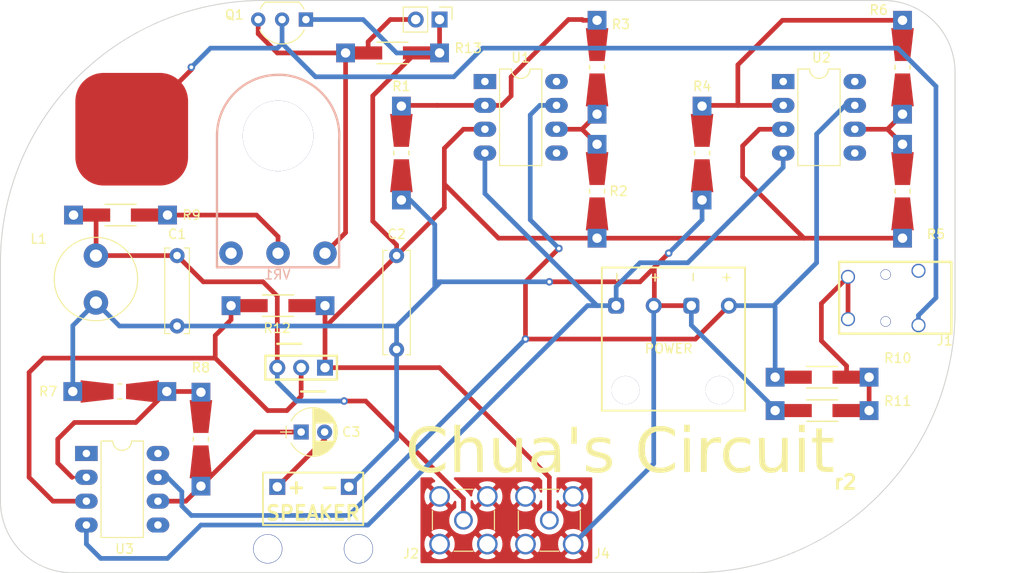
<source format=kicad_pcb>
(kicad_pcb (version 20171130) (host pcbnew 5.1.4)

  (general
    (thickness 1.6)
    (drawings 21)
    (tracks 228)
    (zones 0)
    (modules 32)
    (nets 28)
  )

  (page A4)
  (layers
    (0 F.Cu signal)
    (31 B.Cu signal)
    (32 B.Adhes user)
    (33 F.Adhes user)
    (34 B.Paste user)
    (35 F.Paste user)
    (36 B.SilkS user)
    (37 F.SilkS user)
    (38 B.Mask user)
    (39 F.Mask user)
    (40 Dwgs.User user)
    (41 Cmts.User user)
    (42 Eco1.User user)
    (43 Eco2.User user)
    (44 Edge.Cuts user)
    (45 Margin user)
    (46 B.CrtYd user)
    (47 F.CrtYd user)
    (48 B.Fab user)
    (49 F.Fab user)
  )

  (setup
    (last_trace_width 0.5)
    (trace_clearance 0.2)
    (zone_clearance 0.508)
    (zone_45_only no)
    (trace_min 0.2)
    (via_size 0.8)
    (via_drill 0.4)
    (via_min_size 0.4)
    (via_min_drill 0.3)
    (uvia_size 0.3)
    (uvia_drill 0.1)
    (uvias_allowed no)
    (uvia_min_size 0.2)
    (uvia_min_drill 0.1)
    (edge_width 0.1)
    (segment_width 0.2)
    (pcb_text_width 0.3)
    (pcb_text_size 1.5 1.5)
    (mod_edge_width 0.15)
    (mod_text_size 1 1)
    (mod_text_width 0.15)
    (pad_size 1.5 1.5)
    (pad_drill 0.6)
    (pad_to_mask_clearance 0)
    (aux_axis_origin 0 0)
    (visible_elements FFFFFF7F)
    (pcbplotparams
      (layerselection 0x010fc_ffffffff)
      (usegerberextensions false)
      (usegerberattributes false)
      (usegerberadvancedattributes false)
      (creategerberjobfile false)
      (excludeedgelayer true)
      (linewidth 0.100000)
      (plotframeref false)
      (viasonmask false)
      (mode 1)
      (useauxorigin false)
      (hpglpennumber 1)
      (hpglpenspeed 20)
      (hpglpendiameter 15.000000)
      (psnegative false)
      (psa4output false)
      (plotreference true)
      (plotvalue true)
      (plotinvisibletext false)
      (padsonsilk false)
      (subtractmaskfromsilk false)
      (outputformat 1)
      (mirror false)
      (drillshape 0)
      (scaleselection 1)
      (outputdirectory "gerbers/"))
  )

  (net 0 "")
  (net 1 GND)
  (net 2 "Net-(C1-Pad1)")
  (net 3 "Net-(C2-Pad1)")
  (net 4 SO)
  (net 5 +12V)
  (net 6 -12V)
  (net 7 "Net-(R1-Pad1)")
  (net 8 "Net-(R2-Pad2)")
  (net 9 "Net-(R4-Pad1)")
  (net 10 "Net-(R5-Pad2)")
  (net 11 "Net-(R7-Pad1)")
  (net 12 "Net-(U1-Pad5)")
  (net 13 "Net-(U1-Pad1)")
  (net 14 "Net-(U2-Pad5)")
  (net 15 "Net-(U2-Pad1)")
  (net 16 "Net-(U3-Pad1)")
  (net 17 "Net-(U3-Pad5)")
  (net 18 "Net-(C3-Pad2)")
  (net 19 "Net-(C3-Pad1)")
  (net 20 "Net-(J3-Pad2)")
  (net 21 "Net-(R9-Pad1)")
  (net 22 "Net-(J1-PadT)")
  (net 23 "Net-(J1-PadS)")
  (net 24 "Net-(U1-Pad8)")
  (net 25 "Net-(U2-Pad8)")
  (net 26 "Net-(U3-Pad8)")
  (net 27 "Net-(VR1-Pad3)")

  (net_class Default "This is the default net class."
    (clearance 0.2)
    (trace_width 0.5)
    (via_dia 0.8)
    (via_drill 0.4)
    (uvia_dia 0.3)
    (uvia_drill 0.1)
    (add_net +12V)
    (add_net -12V)
    (add_net GND)
    (add_net "Net-(C1-Pad1)")
    (add_net "Net-(C2-Pad1)")
    (add_net "Net-(C3-Pad1)")
    (add_net "Net-(C3-Pad2)")
    (add_net "Net-(J1-PadS)")
    (add_net "Net-(J1-PadT)")
    (add_net "Net-(J3-Pad2)")
    (add_net "Net-(R1-Pad1)")
    (add_net "Net-(R2-Pad2)")
    (add_net "Net-(R4-Pad1)")
    (add_net "Net-(R5-Pad2)")
    (add_net "Net-(R7-Pad1)")
    (add_net "Net-(R9-Pad1)")
    (add_net "Net-(U1-Pad1)")
    (add_net "Net-(U1-Pad5)")
    (add_net "Net-(U1-Pad8)")
    (add_net "Net-(U2-Pad1)")
    (add_net "Net-(U2-Pad5)")
    (add_net "Net-(U2-Pad8)")
    (add_net "Net-(U3-Pad1)")
    (add_net "Net-(U3-Pad5)")
    (add_net "Net-(U3-Pad8)")
    (add_net "Net-(VR1-Pad3)")
    (add_net SO)
  )

  (module chua:chua_text (layer F.Cu) (tedit 0) (tstamp 5E0ABFB0)
    (at 190.5 78.232)
    (fp_text reference G*** (at 0 0) (layer F.SilkS) hide
      (effects (font (size 1.524 1.524) (thickness 0.3)))
    )
    (fp_text value LOGO (at 0.75 0) (layer F.SilkS) hide
      (effects (font (size 1.524 1.524) (thickness 0.3)))
    )
    (fp_poly (pts (xy 19.558 -1.778) (xy 18.95475 -1.778) (xy 18.95475 -2.54) (xy 19.558 -2.54)
      (xy 19.558 -1.778)) (layer F.SilkS) (width 0.01))
    (fp_poly (pts (xy 7.32732 -2.166938) (xy 7.318375 -1.793875) (xy 7.024687 -1.784747) (xy 6.731 -1.775618)
      (xy 6.731 -2.54) (xy 7.336265 -2.54) (xy 7.32732 -2.166938)) (layer F.SilkS) (width 0.01))
    (fp_poly (pts (xy -4.699 -0.53975) (xy -5.271489 -0.53975) (xy -5.263057 -1.436688) (xy -5.254625 -2.333625)
      (xy -4.976813 -2.342799) (xy -4.699 -2.351973) (xy -4.699 -0.53975)) (layer F.SilkS) (width 0.01))
    (fp_poly (pts (xy 21.3995 -1.143) (xy 22.606 -1.143) (xy 22.606 -0.66675) (xy 21.3995 -0.66675)
      (xy 21.401292 0.468312) (xy 21.402164 0.790406) (xy 21.404163 1.055306) (xy 21.40803 1.269314)
      (xy 21.41451 1.438736) (xy 21.424345 1.569874) (xy 21.438278 1.669033) (xy 21.457052 1.742517)
      (xy 21.481409 1.79663) (xy 21.512094 1.837675) (xy 21.549848 1.871957) (xy 21.56839 1.886151)
      (xy 21.609693 1.912366) (xy 21.659259 1.931188) (xy 21.728514 1.944169) (xy 21.82888 1.952866)
      (xy 21.971783 1.958833) (xy 22.131952 1.962849) (xy 22.606 1.973074) (xy 22.606 2.4765)
      (xy 22.121812 2.473799) (xy 21.936739 2.470192) (xy 21.760683 2.462129) (xy 21.6099 2.45067)
      (xy 21.500649 2.436874) (xy 21.475176 2.431675) (xy 21.297134 2.37133) (xy 21.13681 2.285255)
      (xy 21.011628 2.184045) (xy 20.958952 2.117769) (xy 20.918955 2.04786) (xy 20.886026 1.975223)
      (xy 20.85949 1.893109) (xy 20.838675 1.794765) (xy 20.822909 1.673442) (xy 20.811518 1.522388)
      (xy 20.80383 1.334853) (xy 20.799171 1.104086) (xy 20.796868 0.823335) (xy 20.79625 0.485851)
      (xy 20.79625 -0.66675) (xy 20.35175 -0.66675) (xy 20.35175 -1.143) (xy 20.79625 -1.143)
      (xy 20.79625 -2.159) (xy 21.3995 -2.159) (xy 21.3995 -1.143)) (layer F.SilkS) (width 0.01))
    (fp_poly (pts (xy 19.558 2.4765) (xy 18.95475 2.4765) (xy 18.95475 -1.143) (xy 19.558 -1.143)
      (xy 19.558 2.4765)) (layer F.SilkS) (width 0.01))
    (fp_poly (pts (xy 10.462035 -1.215597) (xy 10.63625 -1.197617) (xy 10.63625 -0.574741) (xy 10.517187 -0.62527)
      (xy 10.398137 -0.656907) (xy 10.241112 -0.673294) (xy 10.069893 -0.673947) (xy 9.908265 -0.658382)
      (xy 9.820022 -0.639454) (xy 9.653152 -0.565225) (xy 9.492432 -0.446218) (xy 9.359301 -0.299286)
      (xy 9.328328 -0.252904) (xy 9.282449 -0.173643) (xy 9.24482 -0.095147) (xy 9.214635 -0.010308)
      (xy 9.191086 0.087985) (xy 9.173368 0.206843) (xy 9.160674 0.353377) (xy 9.152197 0.534696)
      (xy 9.14713 0.75791) (xy 9.144666 1.030131) (xy 9.144 1.358469) (xy 9.144 2.4765)
      (xy 8.508475 2.4765) (xy 8.516675 0.674687) (xy 8.524875 -1.127125) (xy 9.128125 -1.127125)
      (xy 9.137331 -0.884751) (xy 9.146538 -0.642376) (xy 9.321113 -0.825399) (xy 9.530757 -1.000251)
      (xy 9.776168 -1.126885) (xy 10.048505 -1.202279) (xy 10.338927 -1.223409) (xy 10.462035 -1.215597)) (layer F.SilkS) (width 0.01))
    (fp_poly (pts (xy 7.024687 -1.136254) (xy 7.318375 -1.127125) (xy 7.326574 0.674687) (xy 7.334774 2.4765)
      (xy 6.731 2.4765) (xy 6.731 -1.145383) (xy 7.024687 -1.136254)) (layer F.SilkS) (width 0.01))
    (fp_poly (pts (xy -17.11325 -0.633383) (xy -16.930688 -0.819033) (xy -16.704293 -1.007299) (xy -16.453341 -1.137118)
      (xy -16.17891 -1.20814) (xy -15.882079 -1.220012) (xy -15.742463 -1.206101) (xy -15.475319 -1.144247)
      (xy -15.251707 -1.037884) (xy -15.066786 -0.883636) (xy -14.915716 -0.67813) (xy -14.87354 -0.600614)
      (xy -14.832892 -0.515746) (xy -14.799131 -0.431522) (xy -14.771624 -0.341237) (xy -14.749739 -0.238184)
      (xy -14.732843 -0.115656) (xy -14.720303 0.033054) (xy -14.711486 0.214652) (xy -14.70576 0.435846)
      (xy -14.702492 0.703342) (xy -14.701049 1.023846) (xy -14.700802 1.230312) (xy -14.70025 2.4765)
      (xy -15.3035 2.4765) (xy -15.3035 1.27667) (xy -15.303939 0.951837) (xy -15.305409 0.683922)
      (xy -15.308141 0.466347) (xy -15.312367 0.292535) (xy -15.318319 0.155909) (xy -15.326228 0.049891)
      (xy -15.336325 -0.032096) (xy -15.348842 -0.09663) (xy -15.352314 -0.110568) (xy -15.415504 -0.300159)
      (xy -15.497778 -0.441528) (xy -15.60898 -0.549279) (xy -15.679326 -0.595594) (xy -15.759146 -0.638395)
      (xy -15.833284 -0.664401) (xy -15.921918 -0.677651) (xy -16.045225 -0.682187) (xy -16.113125 -0.682465)
      (xy -16.275856 -0.678303) (xy -16.396244 -0.66387) (xy -16.495054 -0.635922) (xy -16.544589 -0.615069)
      (xy -16.733369 -0.494842) (xy -16.895633 -0.325184) (xy -17.014196 -0.129746) (xy -17.097375 0.047625)
      (xy -17.106726 1.262062) (xy -17.116076 2.4765) (xy -17.7165 2.4765) (xy -17.7165 -2.54)
      (xy -17.11325 -2.54) (xy -17.11325 -0.633383)) (layer F.SilkS) (width 0.01))
    (fp_poly (pts (xy 15.310556 0.134937) (xy 15.313656 0.472271) (xy 15.317162 0.752587) (xy 15.321859 0.982367)
      (xy 15.328531 1.168091) (xy 15.337964 1.31624) (xy 15.350941 1.433297) (xy 15.368248 1.525742)
      (xy 15.39067 1.600056) (xy 15.418991 1.66272) (xy 15.453996 1.720216) (xy 15.49647 1.779024)
      (xy 15.512139 1.799665) (xy 15.644252 1.922338) (xy 15.817528 2.005059) (xy 16.02143 2.044752)
      (xy 16.245424 2.038338) (xy 16.299942 2.029789) (xy 16.507611 1.975674) (xy 16.675065 1.891486)
      (xy 16.822444 1.766896) (xy 16.832071 1.756877) (xy 16.905807 1.674671) (xy 16.967069 1.59274)
      (xy 17.016997 1.504446) (xy 17.056726 1.403146) (xy 17.087396 1.282199) (xy 17.110144 1.134966)
      (xy 17.126109 0.954804) (xy 17.136427 0.735073) (xy 17.142238 0.469132) (xy 17.144679 0.15034)
      (xy 17.145 -0.069332) (xy 17.145 -1.143) (xy 17.74825 -1.143) (xy 17.74825 2.4765)
      (xy 17.145 2.4765) (xy 17.145 1.961268) (xy 16.957916 2.155453) (xy 16.762798 2.330877)
      (xy 16.561938 2.451927) (xy 16.339979 2.525346) (xy 16.081564 2.557879) (xy 16.037307 2.559693)
      (xy 15.888942 2.560809) (xy 15.750681 2.555653) (xy 15.644318 2.545273) (xy 15.612933 2.539246)
      (xy 15.37609 2.449289) (xy 15.164948 2.309649) (xy 14.991656 2.129836) (xy 14.895627 1.977868)
      (xy 14.854604 1.89558) (xy 14.820513 1.819831) (xy 14.792648 1.743871) (xy 14.770304 1.660949)
      (xy 14.752773 1.564318) (xy 14.739351 1.447226) (xy 14.72933 1.302923) (xy 14.722006 1.124661)
      (xy 14.716672 0.905688) (xy 14.712623 0.639256) (xy 14.709151 0.318614) (xy 14.70785 0.182562)
      (xy 14.695369 -1.143) (xy 14.997477 -1.143001) (xy 15.299586 -1.143001) (xy 15.310556 0.134937)) (layer F.SilkS) (width 0.01))
    (fp_poly (pts (xy 12.980906 -1.199133) (xy 13.262723 -1.155397) (xy 13.514647 -1.08638) (xy 13.609764 -1.048859)
      (xy 13.74775 -0.987821) (xy 13.74775 -0.716161) (xy 13.745899 -0.593757) (xy 13.74096 -0.499992)
      (xy 13.733848 -0.449397) (xy 13.73061 -0.4445) (xy 13.694288 -0.457691) (xy 13.6232 -0.490863)
      (xy 13.590059 -0.50746) (xy 13.310791 -0.616823) (xy 12.998503 -0.67941) (xy 12.665659 -0.692757)
      (xy 12.654932 -0.692348) (xy 12.432097 -0.674216) (xy 12.254235 -0.636146) (xy 12.104369 -0.572144)
      (xy 11.965522 -0.476219) (xy 11.912111 -0.430144) (xy 11.751056 -0.248769) (xy 11.632879 -0.032245)
      (xy 11.55588 0.224176) (xy 11.518359 0.525247) (xy 11.51388 0.682625) (xy 11.535964 1.005598)
      (xy 11.603007 1.29136) (xy 11.713629 1.536651) (xy 11.86645 1.738212) (xy 12.013462 1.862565)
      (xy 12.142941 1.941557) (xy 12.272826 1.995167) (xy 12.423389 2.029576) (xy 12.614899 2.050966)
      (xy 12.6365 2.052585) (xy 12.923684 2.047031) (xy 13.219863 1.993947) (xy 13.498263 1.898274)
      (xy 13.515946 1.890315) (xy 13.613616 1.847561) (xy 13.688547 1.818347) (xy 13.719836 1.80975)
      (xy 13.732498 1.839052) (xy 13.742162 1.917201) (xy 13.747301 2.029561) (xy 13.74775 2.077343)
      (xy 13.74775 2.344937) (xy 13.565187 2.413517) (xy 13.329119 2.484335) (xy 13.060458 2.53569)
      (xy 12.781598 2.565193) (xy 12.514933 2.570454) (xy 12.28725 2.54983) (xy 12.034287 2.483453)
      (xy 11.783403 2.37397) (xy 11.552979 2.231512) (xy 11.361396 2.066209) (xy 11.314044 2.013441)
      (xy 11.139612 1.767938) (xy 11.0122 1.500831) (xy 10.929123 1.203759) (xy 10.887697 0.868359)
      (xy 10.881697 0.66675) (xy 10.906035 0.291457) (xy 10.979523 -0.047477) (xy 11.100761 -0.34805)
      (xy 11.268349 -0.608258) (xy 11.480887 -0.826099) (xy 11.736976 -0.99957) (xy 12.035216 -1.126667)
      (xy 12.16025 -1.162628) (xy 12.409252 -1.204351) (xy 12.68961 -1.215985) (xy 12.980906 -1.199133)) (layer F.SilkS) (width 0.01))
    (fp_poly (pts (xy 4.452553 -2.407863) (xy 4.570986 -2.401439) (xy 4.677713 -2.38737) (xy 4.78997 -2.364199)
      (xy 4.899673 -2.337017) (xy 5.096665 -2.27684) (xy 5.300601 -2.198846) (xy 5.471173 -2.119134)
      (xy 5.730875 -1.981494) (xy 5.739886 -1.641622) (xy 5.742085 -1.503369) (xy 5.741062 -1.392196)
      (xy 5.737117 -1.32108) (xy 5.732038 -1.30175) (xy 5.700267 -1.31928) (xy 5.631288 -1.365724)
      (xy 5.538672 -1.431868) (xy 5.516651 -1.448016) (xy 5.219868 -1.638082) (xy 4.920598 -1.769495)
      (xy 4.606568 -1.846344) (xy 4.265503 -1.872718) (xy 4.241483 -1.872781) (xy 3.890946 -1.847416)
      (xy 3.58016 -1.772557) (xy 3.309187 -1.648251) (xy 3.078089 -1.474542) (xy 2.886929 -1.251478)
      (xy 2.735769 -0.979104) (xy 2.629815 -0.676718) (xy 2.594608 -0.498415) (xy 2.570741 -0.276584)
      (xy 2.558424 -0.03004) (xy 2.557864 0.2224) (xy 2.569269 0.461922) (xy 2.592848 0.669711)
      (xy 2.613755 0.774685) (xy 2.721379 1.099279) (xy 2.870529 1.376467) (xy 3.060574 1.605604)
      (xy 3.290887 1.786046) (xy 3.560839 1.917149) (xy 3.794678 1.983937) (xy 4.154565 2.028529)
      (xy 4.512112 2.011066) (xy 4.861498 1.932898) (xy 5.196906 1.795374) (xy 5.512518 1.599845)
      (xy 5.540375 1.578976) (xy 5.730875 1.434047) (xy 5.740124 1.756836) (xy 5.743394 1.904162)
      (xy 5.741549 2.001854) (xy 5.732301 2.063712) (xy 5.713365 2.103539) (xy 5.682453 2.135136)
      (xy 5.676624 2.140033) (xy 5.570793 2.210442) (xy 5.420335 2.287755) (xy 5.242544 2.364796)
      (xy 5.054712 2.434387) (xy 4.87413 2.489351) (xy 4.782707 2.511049) (xy 4.584505 2.541459)
      (xy 4.352946 2.560665) (xy 4.11374 2.567707) (xy 3.892599 2.561629) (xy 3.762375 2.549063)
      (xy 3.395007 2.468367) (xy 3.059381 2.333659) (xy 2.758154 2.14737) (xy 2.493982 1.911935)
      (xy 2.269522 1.629788) (xy 2.087429 1.303361) (xy 1.950361 0.935089) (xy 1.932968 0.873125)
      (xy 1.893411 0.671857) (xy 1.868016 0.427307) (xy 1.856822 0.158101) (xy 1.859868 -0.117135)
      (xy 1.877193 -0.379775) (xy 1.908836 -0.61119) (xy 1.929663 -0.707875) (xy 2.051804 -1.080833)
      (xy 2.220056 -1.413343) (xy 2.432569 -1.702998) (xy 2.687491 -1.947393) (xy 2.982973 -2.144121)
      (xy 3.068366 -2.188217) (xy 3.234981 -2.263495) (xy 3.391252 -2.318794) (xy 3.553256 -2.357433)
      (xy 3.737069 -2.382731) (xy 3.958769 -2.398008) (xy 4.111625 -2.403602) (xy 4.305178 -2.408099)
      (xy 4.452553 -2.407863)) (layer F.SilkS) (width 0.01))
    (fp_poly (pts (xy -1.979842 -1.210173) (xy -1.695841 -1.177791) (xy -1.456702 -1.127254) (xy -1.316183 -1.090226)
      (xy -1.22497 -1.062018) (xy -1.172549 -1.030148) (xy -1.148404 -0.982134) (xy -1.14202 -0.905497)
      (xy -1.142883 -0.787755) (xy -1.143 -0.754901) (xy -1.144063 -0.619876) (xy -1.14879 -0.537453)
      (xy -1.159487 -0.496746) (xy -1.178462 -0.48687) (xy -1.198563 -0.492747) (xy -1.512728 -0.604354)
      (xy -1.826929 -0.678187) (xy -2.131071 -0.713578) (xy -2.415058 -0.709859) (xy -2.668796 -0.666362)
      (xy -2.844814 -0.601707) (xy -2.975659 -0.506755) (xy -3.062833 -0.377947) (xy -3.102196 -0.229622)
      (xy -3.089609 -0.076121) (xy -3.033112 0.050574) (xy -2.982495 0.10825) (xy -2.905478 0.161516)
      (xy -2.794611 0.213419) (xy -2.642441 0.267005) (xy -2.441519 0.325322) (xy -2.222966 0.381851)
      (xy -2.03676 0.430306) (xy -1.858201 0.480465) (xy -1.702658 0.52775) (xy -1.5855 0.567582)
      (xy -1.544479 0.583992) (xy -1.358984 0.689173) (xy -1.194789 0.825929) (xy -1.069885 0.978358)
      (xy -1.040191 1.029709) (xy -0.987772 1.180175) (xy -0.959888 1.365687) (xy -0.957744 1.562231)
      (xy -0.982546 1.745796) (xy -1.00093 1.812172) (xy -1.097469 2.006094) (xy -1.247701 2.181064)
      (xy -1.443036 2.330501) (xy -1.674883 2.447826) (xy -1.932877 2.526082) (xy -2.124369 2.55341)
      (xy -2.355576 2.565806) (xy -2.604519 2.563372) (xy -2.849218 2.546207) (xy -3.032125 2.521062)
      (xy -3.190652 2.489337) (xy -3.360006 2.449794) (xy -3.500438 2.411872) (xy -3.71475 2.347672)
      (xy -3.71475 2.043564) (xy -3.712684 1.896745) (xy -3.70575 1.805314) (xy -3.692846 1.761269)
      (xy -3.675063 1.755592) (xy -3.467074 1.839123) (xy -3.304144 1.901694) (xy -3.173153 1.947788)
      (xy -3.060978 1.981888) (xy -2.954499 2.008476) (xy -2.901427 2.019914) (xy -2.649426 2.056082)
      (xy -2.39706 2.063362) (xy -2.160859 2.042737) (xy -1.957354 1.995188) (xy -1.866485 1.958472)
      (xy -1.75203 1.894238) (xy -1.677965 1.827389) (xy -1.623355 1.738829) (xy -1.621481 1.734981)
      (xy -1.570501 1.603159) (xy -1.561989 1.488155) (xy -1.595787 1.36281) (xy -1.618984 1.308372)
      (xy -1.659114 1.238422) (xy -1.715739 1.177934) (xy -1.796505 1.123363) (xy -1.909058 1.071166)
      (xy -2.061042 1.017798) (xy -2.260104 0.959716) (xy -2.513888 0.893376) (xy -2.514768 0.893154)
      (xy -2.814453 0.810551) (xy -3.057295 0.726816) (xy -3.24988 0.637842) (xy -3.398795 0.539517)
      (xy -3.510627 0.427734) (xy -3.591962 0.298382) (xy -3.63449 0.194559) (xy -3.673855 0.008709)
      (xy -3.681038 -0.203272) (xy -3.656667 -0.413149) (xy -3.617845 -0.552761) (xy -3.527232 -0.718754)
      (xy -3.389593 -0.876535) (xy -3.221012 -1.010852) (xy -3.037573 -1.106457) (xy -3.0315 -1.108758)
      (xy -2.815202 -1.168354) (xy -2.556505 -1.205255) (xy -2.272391 -1.219261) (xy -1.979842 -1.210173)) (layer F.SilkS) (width 0.01))
    (fp_poly (pts (xy -7.700854 -1.193347) (xy -7.402956 -1.129011) (xy -7.148807 -1.020662) (xy -6.93655 -0.867389)
      (xy -6.764331 -0.668281) (xy -6.692154 -0.550331) (xy -6.64668 -0.463104) (xy -6.608897 -0.379129)
      (xy -6.578013 -0.291515) (xy -6.553235 -0.193371) (xy -6.533771 -0.077805) (xy -6.518829 0.062074)
      (xy -6.507614 0.233158) (xy -6.499335 0.442339) (xy -6.493198 0.696506) (xy -6.488412 1.002553)
      (xy -6.485497 1.246187) (xy -6.471829 2.4765) (xy -7.08025 2.4765) (xy -7.08025 1.955824)
      (xy -7.236328 2.130938) (xy -7.430715 2.306564) (xy -7.660096 2.443676) (xy -7.9045 2.530615)
      (xy -7.931126 2.536548) (xy -8.078495 2.556972) (xy -8.257281 2.566624) (xy -8.442489 2.565484)
      (xy -8.60912 2.553529) (xy -8.707931 2.537204) (xy -8.921686 2.459531) (xy -9.121229 2.336244)
      (xy -9.290379 2.179654) (xy -9.412951 2.002068) (xy -9.413868 2.000264) (xy -9.501033 1.767152)
      (xy -9.54102 1.515926) (xy -9.537903 1.381125) (xy -8.93418 1.381125) (xy -8.921087 1.5647)
      (xy -8.877393 1.706175) (xy -8.795904 1.822479) (xy -8.715532 1.895586) (xy -8.598811 1.976297)
      (xy -8.481091 2.026206) (xy -8.343268 2.050429) (xy -8.166236 2.054083) (xy -8.128 2.052925)
      (xy -7.970777 2.0428) (xy -7.852876 2.022262) (xy -7.75034 1.986181) (xy -7.697361 1.960716)
      (xy -7.502032 1.825708) (xy -7.338994 1.641648) (xy -7.21228 1.416347) (xy -7.125922 1.157618)
      (xy -7.083956 0.873275) (xy -7.08049 0.765774) (xy -7.08025 0.658423) (xy -7.675563 0.674763)
      (xy -7.903972 0.682247) (xy -8.080829 0.691345) (xy -8.218082 0.703289) (xy -8.327678 0.719311)
      (xy -8.421564 0.740642) (xy -8.478487 0.757508) (xy -8.668786 0.838398) (xy -8.803761 0.945369)
      (xy -8.888748 1.085724) (xy -8.929083 1.266765) (xy -8.93418 1.381125) (xy -9.537903 1.381125)
      (xy -9.535114 1.260527) (xy -9.484599 1.014895) (xy -9.390763 0.792971) (xy -9.289035 0.646128)
      (xy -9.199969 0.56127) (xy -9.082487 0.47363) (xy -8.993015 0.41945) (xy -8.867967 0.356819)
      (xy -8.74876 0.307916) (xy -8.624505 0.270807) (xy -8.484314 0.243555) (xy -8.3173 0.224225)
      (xy -8.112573 0.210881) (xy -7.859247 0.201588) (xy -7.751925 0.19881) (xy -7.074225 0.182599)
      (xy -7.09607 0.036925) (xy -7.15833 -0.193573) (xy -7.26876 -0.384404) (xy -7.425028 -0.532715)
      (xy -7.624802 -0.635652) (xy -7.653802 -0.645538) (xy -7.861663 -0.689114) (xy -8.107173 -0.70264)
      (xy -8.373023 -0.687876) (xy -8.641906 -0.646585) (xy -8.896514 -0.580527) (xy -9.106851 -0.497672)
      (xy -9.271 -0.418484) (xy -9.271 -0.981488) (xy -9.023535 -1.059662) (xy -8.735133 -1.140217)
      (xy -8.469403 -1.189397) (xy -8.19675 -1.211883) (xy -8.044353 -1.214581) (xy -7.700854 -1.193347)) (layer F.SilkS) (width 0.01))
    (fp_poly (pts (xy -12.97824 0.10203) (xy -12.974562 0.428752) (xy -12.970585 0.698298) (xy -12.96602 0.916991)
      (xy -12.960579 1.091152) (xy -12.953974 1.227106) (xy -12.945916 1.331175) (xy -12.936117 1.409683)
      (xy -12.924288 1.468953) (xy -12.914352 1.503268) (xy -12.823879 1.712485) (xy -12.706971 1.866501)
      (xy -12.557358 1.969757) (xy -12.368774 2.026694) (xy -12.153802 2.041974) (xy -11.894843 2.012853)
      (xy -11.669072 1.929828) (xy -11.478267 1.794097) (xy -11.324208 1.606855) (xy -11.228248 1.419884)
      (xy -11.21073 1.37446) (xy -11.196421 1.327562) (xy -11.184931 1.272351) (xy -11.175871 1.201986)
      (xy -11.168851 1.109627) (xy -11.163481 0.988436) (xy -11.159372 0.83157) (xy -11.156134 0.632191)
      (xy -11.153377 0.383459) (xy -11.150712 0.078533) (xy -11.150524 0.055562) (xy -11.140747 -1.143)
      (xy -10.541 -1.143) (xy -10.541 2.4765) (xy -11.14425 2.4765) (xy -11.14425 1.953715)
      (xy -11.286138 2.115914) (xy -11.496504 2.312909) (xy -11.734395 2.457192) (xy -11.904076 2.521322)
      (xy -12.07118 2.553549) (xy -12.271095 2.567399) (xy -12.475774 2.562625) (xy -12.657169 2.53898)
      (xy -12.702244 2.528336) (xy -12.945306 2.431813) (xy -13.151544 2.283782) (xy -13.319591 2.085412)
      (xy -13.412054 1.920875) (xy -13.450116 1.836152) (xy -13.481655 1.753502) (xy -13.50728 1.666108)
      (xy -13.527601 1.567154) (xy -13.543229 1.449821) (xy -13.554773 1.307293) (xy -13.562844 1.132754)
      (xy -13.568051 0.919385) (xy -13.571004 0.66037) (xy -13.572314 0.348892) (xy -13.572567 0.127)
      (xy -13.573125 -1.127125) (xy -13.282006 -1.13622) (xy -12.990886 -1.145315) (xy -12.97824 0.10203)) (layer F.SilkS) (width 0.01))
    (fp_poly (pts (xy -19.760146 -2.385837) (xy -19.519318 -2.340809) (xy -19.286105 -2.26766) (xy -19.042698 -2.162855)
      (xy -18.994438 -2.139373) (xy -18.70075 -1.994252) (xy -18.70075 -1.295667) (xy -18.851563 -1.40989)
      (xy -19.108809 -1.587182) (xy -19.353442 -1.715198) (xy -19.603219 -1.800431) (xy -19.875895 -1.849375)
      (xy -20.098569 -1.865877) (xy -20.455264 -1.856559) (xy -20.771876 -1.79806) (xy -21.048998 -1.689963)
      (xy -21.287219 -1.531849) (xy -21.487131 -1.323302) (xy -21.649326 -1.063905) (xy -21.774394 -0.75324)
      (xy -21.800895 -0.664044) (xy -21.825748 -0.53436) (xy -21.844177 -0.357663) (xy -21.856011 -0.150131)
      (xy -21.861075 0.072058) (xy -21.859195 0.292726) (xy -21.850198 0.495694) (xy -21.833909 0.664785)
      (xy -21.816218 0.762) (xy -21.733345 1.015758) (xy -21.617833 1.259437) (xy -21.480419 1.472312)
      (xy -21.396726 1.571589) (xy -21.18583 1.749915) (xy -20.937891 1.884242) (xy -20.661666 1.974551)
      (xy -20.365916 2.020823) (xy -20.0594 2.023041) (xy -19.750876 1.981185) (xy -19.449104 1.895238)
      (xy -19.162843 1.765181) (xy -18.900852 1.590996) (xy -18.883313 1.576877) (xy -18.70075 1.428019)
      (xy -18.70075 2.125965) (xy -18.867438 2.221907) (xy -19.137486 2.353903) (xy -19.45431 2.467773)
      (xy -19.557532 2.49785) (xy -19.672899 2.51994) (xy -19.833936 2.537872) (xy -20.022909 2.550976)
      (xy -20.222085 2.558584) (xy -20.41373 2.560025) (xy -20.580109 2.554631) (xy -20.70349 2.541732)
      (xy -20.706371 2.541217) (xy -21.087439 2.44354) (xy -21.428066 2.297164) (xy -21.727109 2.103267)
      (xy -21.983422 1.863029) (xy -22.195862 1.57763) (xy -22.363287 1.248248) (xy -22.484552 0.876065)
      (xy -22.529925 0.660654) (xy -22.558767 0.417649) (xy -22.569402 0.141091) (xy -22.562579 -0.147137)
      (xy -22.539044 -0.425148) (xy -22.499543 -0.671058) (xy -22.48192 -0.746125) (xy -22.362413 -1.103134)
      (xy -22.199406 -1.41731) (xy -21.989241 -1.695266) (xy -21.911331 -1.777744) (xy -21.7151 -1.958925)
      (xy -21.522604 -2.098188) (xy -21.311219 -2.209636) (xy -21.066125 -2.304715) (xy -20.955003 -2.340209)
      (xy -20.852586 -2.365497) (xy -20.742732 -2.382811) (xy -20.609294 -2.394382) (xy -20.436128 -2.402443)
      (xy -20.335875 -2.40567) (xy -20.026396 -2.406279) (xy -19.760146 -2.385837)) (layer F.SilkS) (width 0.01))
  )

  (module Capacitors_THT:C_Rect_L11.0mm_W2.8mm_P10.00mm_MKT (layer F.Cu) (tedit 597BC7C2) (tstamp 5E0ABAF0)
    (at 166.624 57.658 270)
    (descr "C, Rect series, Radial, pin pitch=10.00mm, , length*width=11.0*2.8mm^2, Capacitor, https://en.tdk.eu/inf/20/20/db/fc_2009/MKT_B32560_564.pdf")
    (tags "C Rect series Radial pin pitch 10.00mm  length 11.0mm width 2.8mm Capacitor")
    (path /5DB5D40A)
    (fp_text reference C2 (at -2.286 0) (layer F.SilkS)
      (effects (font (size 1 1) (thickness 0.15)))
    )
    (fp_text value 10nF (at 3.75 2.56 270) (layer F.Fab) hide
      (effects (font (size 1 1) (thickness 0.15)))
    )
    (fp_line (start -0.5 -1.4) (end -0.5 1.4) (layer F.Fab) (width 0.1))
    (fp_line (start -0.5 1.4) (end 10.5 1.4) (layer F.Fab) (width 0.1))
    (fp_line (start 10.5 1.4) (end 10.5 -1.4) (layer F.Fab) (width 0.1))
    (fp_line (start 10.5 -1.4) (end -0.5 -1.4) (layer F.Fab) (width 0.1))
    (fp_line (start -0.56 -1.46) (end 10.56 -1.46) (layer F.SilkS) (width 0.12))
    (fp_line (start -0.56 1.46) (end 10.56 1.46) (layer F.SilkS) (width 0.12))
    (fp_line (start -0.56 -1.46) (end -0.56 -0.996) (layer F.SilkS) (width 0.12))
    (fp_line (start -0.56 0.996) (end -0.56 1.46) (layer F.SilkS) (width 0.12))
    (fp_line (start 10.56 -1.46) (end 10.56 -0.996) (layer F.SilkS) (width 0.12))
    (fp_line (start 10.56 0.996) (end 10.56 1.46) (layer F.SilkS) (width 0.12))
    (fp_line (start -1.05 -1.75) (end -1.05 1.75) (layer F.CrtYd) (width 0.05))
    (fp_line (start -1.05 1.75) (end 11.05 1.75) (layer F.CrtYd) (width 0.05))
    (fp_line (start 11.05 1.75) (end 11.05 -1.75) (layer F.CrtYd) (width 0.05))
    (fp_line (start 11.05 -1.75) (end -1.05 -1.75) (layer F.CrtYd) (width 0.05))
    (fp_text user %R (at -2.286 0) (layer F.Fab)
      (effects (font (size 1 1) (thickness 0.15)))
    )
    (pad 1 thru_hole circle (at 0 0 270) (size 1.6 1.6) (drill 0.8) (layers *.Cu *.Mask)
      (net 3 "Net-(C2-Pad1)"))
    (pad 2 thru_hole circle (at 10 0 270) (size 1.6 1.6) (drill 0.8) (layers *.Cu *.Mask)
      (net 1 GND))
    (model ${KISYS3DMOD}/Capacitors_THT.3dshapes/C_Rect_L11.0mm_W2.8mm_P10.00mm_MKT.wrl
      (at (xyz 0 0 0))
      (scale (xyz 1 1 1))
      (rotate (xyz 0 0 0))
    )
  )

  (module Connectors:Banana_Jack_2Pin (layer F.Cu) (tedit 5E0AAA42) (tstamp 5E0A9CD7)
    (at 233.172 61.976 180)
    (descr "Dual banana socket, footprint - 2 x 6mm drills")
    (tags "banana socket")
    (path /5E1870E6)
    (fp_text reference J1 (at 8.2 -4.75 180) (layer F.SilkS)
      (effects (font (size 1 1) (thickness 0.15)))
    )
    (fp_text value AudioJack2 (at -7.112 8.128 180) (layer F.Fab) hide
      (effects (font (size 1 1) (thickness 0.15)))
    )
    (fp_text user %R (at 8.2 -4.75 180) (layer F.Fab)
      (effects (font (size 1 1) (thickness 0.15)))
    )
    (fp_line (start 11.1 -0.2) (end 20.3 -0.2) (layer Dwgs.User) (width 0.25))
    (fp_line (start 7.5 -3) (end 7.5 2.9) (layer F.SilkS) (width 0.25))
    (fp_line (start 7.5 -3.05) (end 7.5 -4) (layer F.SilkS) (width 0.25))
    (fp_line (start 7.5 -4) (end 19.45 -4) (layer F.SilkS) (width 0.25))
    (fp_line (start 19.45 -4) (end 19.45 3.65) (layer F.SilkS) (width 0.25))
    (fp_line (start 19.45 3.65) (end 7.5 3.65) (layer F.SilkS) (width 0.25))
    (fp_line (start 7.5 3.65) (end 7.5 2.85) (layer F.SilkS) (width 0.25))
    (pad T thru_hole circle (at 18.5 2.05 270) (size 1.5 1.5) (drill 1.2) (layers *.Cu *.Mask)
      (net 22 "Net-(J1-PadT)"))
    (pad S thru_hole circle (at 11 -3.1 180) (size 1.5 1.5) (drill 1.2) (layers *.Cu *.Mask)
      (net 23 "Net-(J1-PadS)"))
    (pad J thru_hole circle (at 11 2.7 180) (size 1.5 1.5) (drill 1.2) (layers *.Cu *.Mask))
    (pad T thru_hole circle (at 18.5 -2.45 180) (size 1.5 1.5) (drill 1.2) (layers *.Cu *.Mask)
      (net 22 "Net-(J1-PadT)"))
    (pad 1 thru_hole circle (at 14.5 -2.7 180) (size 1.1 1.1) (drill 1) (layers *.Cu *.Mask))
    (pad 2 thru_hole circle (at 14.5 2.3 180) (size 1.1 1.1) (drill 1) (layers *.Cu *.Mask))
    (model ${KISYS3DMOD}/Connectors.3dshapes/Banana_Jack_2Pin.wrl
      (offset (xyz 14.98599977493286 0 0))
      (scale (xyz 2 2 2))
      (rotate (xyz 0 0 0))
    )
  )

  (module Connectors_TestPoints:Test_Point_Pad_4.0x4.0mm (layer F.Cu) (tedit 5E0AA074) (tstamp 5E0ABC2F)
    (at 138.176 44.196)
    (descr "SMD rectangular pad as test Point, square 4.0mm side length")
    (tags "test point SMD pad rectangle square")
    (path /5E1863B0)
    (attr virtual)
    (fp_text reference TP1 (at -9.144 -12.192) (layer F.SilkS) hide
      (effects (font (size 1 1) (thickness 0.15)))
    )
    (fp_text value TestPoint (at -22.86 1.016) (layer F.Fab) hide
      (effects (font (size 1 1) (thickness 0.15)))
    )
    (fp_text user %R (at -11.176 -11.176) (layer F.Fab) hide
      (effects (font (size 1 1) (thickness 0.15)))
    )
    (pad 1 smd roundrect (at 0.254 0) (size 12 12) (layers F.Cu F.Mask) (roundrect_rratio 0.25)
      (net 23 "Net-(J1-PadS)"))
  )

  (module Socket_Strips:Socket_Strip_Angled_1x04_Pitch2.54mm (layer F.Cu) (tedit 5DBE6EE5) (tstamp 5E0A9207)
    (at 189.992 62.992 90)
    (descr "Through hole angled socket strip, 1x04, 2.54mm pitch, 8.51mm socket length, single row")
    (tags "Through hole angled socket strip THT 1x04 2.54mm single row")
    (path /5E1765F5)
    (fp_text reference POWER1 (at 39.624 6.604 180) (layer F.SilkS) hide
      (effects (font (size 1 1) (thickness 0.15)))
    )
    (fp_text value Conn_01x04_Male (at -4.38 9.89 90) (layer F.Fab) hide
      (effects (font (size 1 1) (thickness 0.15)))
    )
    (fp_text user POWER (at -4.572 5.588 180) (layer F.SilkS)
      (effects (font (size 1 1) (thickness 0.15)))
    )
    (fp_text user + (at 3 4.064 90) (layer F.SilkS)
      (effects (font (size 1 1) (thickness 0.15)))
    )
    (fp_text user + (at 3 11.684 90) (layer F.SilkS)
      (effects (font (size 1 1) (thickness 0.15)))
    )
    (fp_text user - (at 3.048 0 90) (layer F.SilkS)
      (effects (font (size 1 1) (thickness 0.15)))
    )
    (fp_text user - (at 3.048 8.128 90) (layer F.SilkS)
      (effects (font (size 1 1) (thickness 0.15)))
    )
    (pad 0 thru_hole circle (at -9 11 90) (size 3 3) (drill 3) (layers *.Cu *.Mask))
    (pad 0 thru_hole circle (at -9 1 90) (size 3 3) (drill 3) (layers *.Cu *.Mask))
    (pad 4 thru_hole oval (at 0 12 90) (size 1.7 1.7) (drill 1) (layers *.Cu *.Mask)
      (net 5 +12V))
    (pad 3 thru_hole roundrect (at 0 8 90) (size 1.7 1.7) (drill 1) (layers *.Cu *.Mask) (roundrect_rratio 0.25)
      (net 1 GND))
    (pad 2 thru_hole oval (at 0 4 90) (size 1.7 1.7) (drill 1) (layers *.Cu *.Mask)
      (net 1 GND))
    (pad 1 thru_hole roundrect (at 0 0 90) (size 1.7 1.7) (drill 1) (layers *.Cu *.Mask) (roundrect_rratio 0.25)
      (net 6 -12V))
    (model ${KISYS3DMOD}/Socket_Strips.3dshapes/Socket_Strip_Angled_1x04_Pitch2.54mm.wrl
      (offset (xyz 0 -3.809999942779541 0))
      (scale (xyz 1 1 1))
      (rotate (xyz 0 0 270))
    )
  )

  (module Socket_Strips:Socket_Strip_Angled_1x01_Pitch2.54mm (layer F.Cu) (tedit 5DBE9461) (tstamp 5E0A96EA)
    (at 161.544 82.296 90)
    (descr "Through hole angled socket strip, 1x01, 2.54mm pitch, 8.51mm socket length, single row")
    (tags "Through hole angled socket strip THT 1x01 2.54mm single row")
    (path /5DB652F4)
    (fp_text reference P2 (at 0 2.286) (layer F.SilkS) hide
      (effects (font (size 1 1) (thickness 0.15)))
    )
    (fp_text value CONN_1 (at -4.38 2.27 90) (layer F.Fab) hide
      (effects (font (size 1 1) (thickness 0.15)))
    )
    (fp_text user %R (at -7.112 10.16 90) (layer F.Fab) hide
      (effects (font (size 1 1) (thickness 0.15)))
    )
    (pad 1 thru_hole rect (at 0 0 90) (size 1.7 1.7) (drill 1) (layers *.Cu *.Mask)
      (net 1 GND))
    (model ${KISYS3DMOD}/Socket_Strips.3dshapes/Socket_Strip_Angled_1x01_Pitch2.54mm.wrl
      (at (xyz 0 0 0))
      (scale (xyz 1 1 1))
      (rotate (xyz 0 0 270))
    )
  )

  (module Socket_Strips:Socket_Strip_Angled_1x01_Pitch2.54mm (layer F.Cu) (tedit 5DBE945E) (tstamp 5DBE33F7)
    (at 153.924 82.296 90)
    (descr "Through hole angled socket strip, 1x01, 2.54mm pitch, 8.51mm socket length, single row")
    (tags "Through hole angled socket strip THT 1x01 2.54mm single row")
    (path /5DB65276)
    (fp_text reference P1 (at 0 -2.286 180) (layer F.SilkS) hide
      (effects (font (size 1 1) (thickness 0.15)))
    )
    (fp_text value CONN_1 (at -7.112 0 90) (layer F.Fab) hide
      (effects (font (size 1 1) (thickness 0.15)))
    )
    (pad 1 thru_hole rect (at 0 0 90) (size 1.7 1.7) (drill 1) (layers *.Cu *.Mask)
      (net 18 "Net-(C3-Pad2)"))
    (model ${KISYS3DMOD}/Socket_Strips.3dshapes/Socket_Strip_Angled_1x01_Pitch2.54mm.wrl
      (at (xyz 0 0 0))
      (scale (xyz 1 1 1))
      (rotate (xyz 0 0 270))
    )
  )

  (module Potentiometers:Potentiometer_WirePads_largePads (layer B.Cu) (tedit 5DBE9013) (tstamp 5E0AB0B2)
    (at 159.004 57.404 90)
    (descr "Potentiometer, Wire Pads only, RevA, 30 July 2010,")
    (tags "Potentiometer Wire Pads only RevA 30 July 2010 ")
    (path /5DB5D75E)
    (fp_text reference VR1 (at -2.286 -5.08) (layer B.SilkS)
      (effects (font (size 1 1) (thickness 0.15)) (justify mirror))
    )
    (fp_text value 1.5K (at 2 -12.2 90) (layer B.Fab) hide
      (effects (font (size 1 1) (thickness 0.15)) (justify mirror))
    )
    (fp_line (start -1.5 -11.5) (end 12.5 -11.5) (layer B.SilkS) (width 0.25))
    (fp_line (start -1.5 1.5) (end -1.5 -11.5) (layer B.SilkS) (width 0.25))
    (fp_line (start -1.5 1.5) (end 12 1.5) (layer B.SilkS) (width 0.25))
    (fp_arc (start 12.5 -5) (end 12 1.5) (angle -90) (layer B.SilkS) (width 0.25))
    (fp_arc (start 12.5 -5) (end 19 -5) (angle -90) (layer B.SilkS) (width 0.25))
    (fp_line (start 19 -4.5) (end 19 -5) (layer B.SilkS) (width 0.25))
    (pad 0 thru_hole circle (at 12.5 -5 90) (size 7.5 7.5) (drill 7.5) (layers *.Cu *.Mask))
    (pad 1 thru_hole circle (at 0 0 90) (size 2.5 2.5) (drill 1.2) (layers *.Cu *.Mask)
      (net 20 "Net-(J3-Pad2)"))
    (pad 3 thru_hole circle (at 0 -10 90) (size 2.5 2.5) (drill 1.2) (layers *.Cu *.Mask)
      (net 27 "Net-(VR1-Pad3)"))
    (pad 2 thru_hole circle (at 0 -5 90) (size 2.5 2.5) (drill 1.2) (layers *.Cu *.Mask)
      (net 21 "Net-(R9-Pad1)"))
  )

  (module Socket_Strips:Socket_Strip_Angled_1x03_Pitch2.54mm (layer F.Cu) (tedit 5DBE6E18) (tstamp 5DBE33B7)
    (at 159.004 69.596 270)
    (descr "Through hole angled socket strip, 1x03, 2.54mm pitch, 8.51mm socket length, single row")
    (tags "Through hole angled socket strip THT 1x03 2.54mm single row")
    (path /5DB60AA9)
    (fp_text reference K1 (at -4.38 -2.27 90) (layer F.SilkS) hide
      (effects (font (size 1 1) (thickness 0.15)))
    )
    (fp_text value CONN_3 (at 28.956 3.556 180) (layer F.Fab) hide
      (effects (font (size 1 1) (thickness 0.15)))
    )
    (fp_line (start 1.27 -1.27) (end -1.27 -1.27) (layer F.SilkS) (width 0.25))
    (fp_line (start 1.27 6.35) (end 1.27 -1.27) (layer F.SilkS) (width 0.25))
    (fp_line (start -1.27 6.35) (end 1.27 6.35) (layer F.SilkS) (width 0.25))
    (fp_line (start -1.27 -1.27) (end -1.27 6.35) (layer F.SilkS) (width 0.25))
    (fp_line (start 2.54 0) (end 2.54 2.54) (layer F.SilkS) (width 0.25))
    (fp_line (start -2.54 2.54) (end -2.54 5.08) (layer F.SilkS) (width 0.25))
    (pad 3 thru_hole oval (at 0 5.08 270) (size 1.7 1.7) (drill 1) (layers *.Cu *.Mask)
      (net 2 "Net-(C1-Pad1)"))
    (pad 2 thru_hole oval (at 0 2.54 270) (size 1.7 1.7) (drill 1) (layers *.Cu *.Mask)
      (net 4 SO))
    (pad 1 thru_hole rect (at 0 0 270) (size 1.7 1.7) (drill 1) (layers *.Cu *.Mask)
      (net 3 "Net-(C2-Pad1)"))
    (model ${KISYS3DMOD}/Socket_Strips.3dshapes/Socket_Strip_Angled_1x03_Pitch2.54mm.wrl
      (offset (xyz 0 -2.539999961853027 0))
      (scale (xyz 1 1 1))
      (rotate (xyz 0 0 270))
    )
  )

  (module Capacitors_THT:C_Rect_L9.0mm_W2.5mm_P7.50mm_MKT (layer F.Cu) (tedit 5DBE6E4F) (tstamp 5E0ABA91)
    (at 143.256 57.658 270)
    (descr "C, Rect series, Radial, pin pitch=7.50mm, , length*width=9*2.5mm^2, Capacitor, https://en.tdk.eu/inf/20/20/db/fc_2009/MKT_B32560_564.pdf")
    (tags "C Rect series Radial pin pitch 7.50mm  length 9mm width 2.5mm Capacitor")
    (path /5DB5D4A2)
    (fp_text reference C1 (at -2.286 0) (layer F.SilkS)
      (effects (font (size 1 1) (thickness 0.15)))
    )
    (fp_text value 100nF (at 3.75 2.56 270) (layer F.Fab) hide
      (effects (font (size 1 1) (thickness 0.15)))
    )
    (fp_text user %R (at -2.286 0) (layer F.Fab)
      (effects (font (size 1 1) (thickness 0.15)))
    )
    (fp_line (start 8.6 -1.6) (end -1.1 -1.6) (layer F.CrtYd) (width 0.05))
    (fp_line (start 8.6 1.6) (end 8.6 -1.6) (layer F.CrtYd) (width 0.05))
    (fp_line (start -1.1 1.6) (end 8.6 1.6) (layer F.CrtYd) (width 0.05))
    (fp_line (start -1.1 -1.6) (end -1.1 1.6) (layer F.CrtYd) (width 0.05))
    (fp_line (start 8.31 0.75) (end 8.31 1.31) (layer F.SilkS) (width 0.12))
    (fp_line (start 8.31 -1.31) (end 8.31 -0.75) (layer F.SilkS) (width 0.12))
    (fp_line (start -0.81 0.75) (end -0.81 1.31) (layer F.SilkS) (width 0.12))
    (fp_line (start -0.81 -1.31) (end -0.81 -0.75) (layer F.SilkS) (width 0.12))
    (fp_line (start -0.81 1.31) (end 8.31 1.31) (layer F.SilkS) (width 0.12))
    (fp_line (start -0.81 -1.31) (end 8.31 -1.31) (layer F.SilkS) (width 0.12))
    (fp_line (start 8.25 -1.25) (end -0.75 -1.25) (layer F.Fab) (width 0.1))
    (fp_line (start 8.25 1.25) (end 8.25 -1.25) (layer F.Fab) (width 0.1))
    (fp_line (start -0.75 1.25) (end 8.25 1.25) (layer F.Fab) (width 0.1))
    (fp_line (start -0.75 -1.25) (end -0.75 1.25) (layer F.Fab) (width 0.1))
    (pad 2 thru_hole circle (at 7.5 0 270) (size 1.6 1.6) (drill 0.8) (layers *.Cu *.Mask)
      (net 1 GND))
    (pad 1 thru_hole circle (at 0 0 270) (size 1.6 1.6) (drill 0.8) (layers *.Cu *.Mask)
      (net 2 "Net-(C1-Pad1)"))
    (model ${KISYS3DMOD}/Capacitors_THT.3dshapes/C_Rect_L9.0mm_W2.5mm_P7.50mm_MKT.wrl
      (at (xyz 0 0 0))
      (scale (xyz 1 1 1))
      (rotate (xyz 0 0 0))
    )
  )

  (module Inductors_THT:L_Radial_D8.7mm_P5.00mm_Fastron_07HCP (layer F.Cu) (tedit 5DBE6E3C) (tstamp 5DBE33C3)
    (at 134.62 57.658 270)
    (descr "L, Radial series, Radial, pin pitch=5.00mm, , diameter=8.7mm, Fastron, 07HCP, http://cdn-reichelt.de/documents/datenblatt/B400/DS_07HCP.pdf")
    (tags "L Radial series Radial pin pitch 5.00mm  diameter 8.7mm Fastron 07HCP")
    (path /5DB5D6BE)
    (fp_text reference L1 (at -1.778 6.096) (layer F.SilkS)
      (effects (font (size 1 1) (thickness 0.15)))
    )
    (fp_text value 8mH (at 2.5 5.41 270) (layer F.Fab) hide
      (effects (font (size 1 1) (thickness 0.15)))
    )
    (fp_line (start 7.2 -4.7) (end -2.2 -4.7) (layer F.CrtYd) (width 0.05))
    (fp_line (start 7.2 4.7) (end 7.2 -4.7) (layer F.CrtYd) (width 0.05))
    (fp_line (start -2.2 4.7) (end 7.2 4.7) (layer F.CrtYd) (width 0.05))
    (fp_line (start -2.2 -4.7) (end -2.2 4.7) (layer F.CrtYd) (width 0.05))
    (fp_circle (center 2.5 0) (end 6.94 0) (layer F.SilkS) (width 0.12))
    (fp_circle (center 2.5 0) (end 6.85 0) (layer F.Fab) (width 0.1))
    (pad 2 thru_hole circle (at 5 0 270) (size 2.6 2.6) (drill 1.3) (layers *.Cu *.Mask)
      (net 1 GND))
    (pad 1 thru_hole circle (at 0 0 270) (size 2.6 2.6) (drill 1.3) (layers *.Cu *.Mask)
      (net 2 "Net-(C1-Pad1)"))
    (model Inductors_THT.3dshapes/L_Radial_D8.7mm_P5.00mm_Fastron_07HCP.wrl
      (at (xyz 0 0 0))
      (scale (xyz 0.393701 0.393701 0.393701))
      (rotate (xyz 0 0 0))
    )
  )

  (module Resistors_Universal:Resistor_SMD+THTuniversal_0805to1206_RM10_HandSoldering (layer F.Cu) (tedit 5DBE6EF4) (tstamp 5DBE3494)
    (at 167.132 46.736 270)
    (descr "Resistor, SMD and THT, universal, 0805 to 1206,RM10,  Hand soldering,")
    (tags "Resistor, SMD and THT, universal, 0805 to 1206, RM10, Hand soldering,")
    (path /5DB5CF10)
    (fp_text reference R1 (at -7.112 0) (layer F.SilkS)
      (effects (font (size 1 1) (thickness 0.15)))
    )
    (fp_text value 3.3K (at -0.39878 4.20116 270) (layer F.Fab) hide
      (effects (font (size 1 1) (thickness 0.15)))
    )
    (fp_line (start 0 0.8001) (end 0.20066 0.8001) (layer F.SilkS) (width 0.15))
    (fp_line (start 0 0.8001) (end -0.20066 0.8001) (layer F.SilkS) (width 0.15))
    (fp_line (start -0.09906 -0.8001) (end -0.20066 -0.8001) (layer F.SilkS) (width 0.15))
    (fp_line (start -0.20066 -0.8001) (end 0.20066 -0.8001) (layer F.SilkS) (width 0.15))
    (pad 1 smd trapezoid (at -2.413 0 270) (size 3.50012 1.99898) (rect_delta 0.39878 0 ) (layers F.Cu F.Paste F.Mask)
      (net 7 "Net-(R1-Pad1)"))
    (pad 2 smd trapezoid (at 2.413 0 90) (size 3.50012 1.99898) (rect_delta 0.39878 0 ) (layers F.Cu F.Paste F.Mask)
      (net 1 GND))
    (pad 1 thru_hole rect (at -5.00126 0 90) (size 1.99898 1.99898) (drill 1.00076) (layers *.Cu *.Mask)
      (net 7 "Net-(R1-Pad1)"))
    (pad 2 thru_hole rect (at 5.00126 0 90) (size 1.99898 1.99898) (drill 1.00076) (layers *.Cu *.Mask)
      (net 1 GND))
  )

  (module Resistors_Universal:Resistor_SMD+THTuniversal_0805to1206_RM10_HandSoldering (layer F.Cu) (tedit 5DBE94E4) (tstamp 5DBE34A0)
    (at 187.96 50.8 90)
    (descr "Resistor, SMD and THT, universal, 0805 to 1206,RM10,  Hand soldering,")
    (tags "Resistor, SMD and THT, universal, 0805 to 1206, RM10, Hand soldering,")
    (path /5DB5C42A)
    (fp_text reference R2 (at 0 2.286 180) (layer F.SilkS)
      (effects (font (size 1 1) (thickness 0.15)))
    )
    (fp_text value 22K (at -0.39878 4.20116 90) (layer F.Fab) hide
      (effects (font (size 1 1) (thickness 0.15)))
    )
    (fp_line (start -0.20066 -0.8001) (end 0.20066 -0.8001) (layer F.SilkS) (width 0.15))
    (fp_line (start -0.09906 -0.8001) (end -0.20066 -0.8001) (layer F.SilkS) (width 0.15))
    (fp_line (start 0 0.8001) (end -0.20066 0.8001) (layer F.SilkS) (width 0.15))
    (fp_line (start 0 0.8001) (end 0.20066 0.8001) (layer F.SilkS) (width 0.15))
    (pad 2 thru_hole rect (at 5.00126 0 270) (size 1.99898 1.99898) (drill 1.00076) (layers *.Cu *.Mask)
      (net 8 "Net-(R2-Pad2)"))
    (pad 1 thru_hole rect (at -5.00126 0 270) (size 1.99898 1.99898) (drill 1.00076) (layers *.Cu *.Mask)
      (net 3 "Net-(C2-Pad1)"))
    (pad 2 smd trapezoid (at 2.413 0 270) (size 3.50012 1.99898) (rect_delta 0.39878 0 ) (layers F.Cu F.Paste F.Mask)
      (net 8 "Net-(R2-Pad2)"))
    (pad 1 smd trapezoid (at -2.413 0 90) (size 3.50012 1.99898) (rect_delta 0.39878 0 ) (layers F.Cu F.Paste F.Mask)
      (net 3 "Net-(C2-Pad1)"))
  )

  (module Resistors_Universal:Resistor_SMD+THTuniversal_0805to1206_RM10_HandSoldering (layer F.Cu) (tedit 5DBE6F43) (tstamp 5DBE34AC)
    (at 187.96 37.592 90)
    (descr "Resistor, SMD and THT, universal, 0805 to 1206,RM10,  Hand soldering,")
    (tags "Resistor, SMD and THT, universal, 0805 to 1206, RM10, Hand soldering,")
    (path /5DB5C488)
    (fp_text reference R3 (at 4.572 2.54 180) (layer F.SilkS)
      (effects (font (size 1 1) (thickness 0.15)))
    )
    (fp_text value 22K (at -0.39878 4.20116 90) (layer F.Fab) hide
      (effects (font (size 1 1) (thickness 0.15)))
    )
    (fp_line (start 0 0.8001) (end 0.20066 0.8001) (layer F.SilkS) (width 0.15))
    (fp_line (start 0 0.8001) (end -0.20066 0.8001) (layer F.SilkS) (width 0.15))
    (fp_line (start -0.09906 -0.8001) (end -0.20066 -0.8001) (layer F.SilkS) (width 0.15))
    (fp_line (start -0.20066 -0.8001) (end 0.20066 -0.8001) (layer F.SilkS) (width 0.15))
    (pad 1 smd trapezoid (at -2.413 0 90) (size 3.50012 1.99898) (rect_delta 0.39878 0 ) (layers F.Cu F.Paste F.Mask)
      (net 8 "Net-(R2-Pad2)"))
    (pad 2 smd trapezoid (at 2.413 0 270) (size 3.50012 1.99898) (rect_delta 0.39878 0 ) (layers F.Cu F.Paste F.Mask)
      (net 7 "Net-(R1-Pad1)"))
    (pad 1 thru_hole rect (at -5.00126 0 270) (size 1.99898 1.99898) (drill 1.00076) (layers *.Cu *.Mask)
      (net 8 "Net-(R2-Pad2)"))
    (pad 2 thru_hole rect (at 5.00126 0 270) (size 1.99898 1.99898) (drill 1.00076) (layers *.Cu *.Mask)
      (net 7 "Net-(R1-Pad1)"))
  )

  (module Resistors_Universal:Resistor_SMD+THTuniversal_0805to1206_RM10_HandSoldering (layer F.Cu) (tedit 5DBE6F4E) (tstamp 5DBE34B8)
    (at 199.136 46.736 270)
    (descr "Resistor, SMD and THT, universal, 0805 to 1206,RM10,  Hand soldering,")
    (tags "Resistor, SMD and THT, universal, 0805 to 1206, RM10, Hand soldering,")
    (path /5DB5CE9A)
    (fp_text reference R4 (at -7.112 0) (layer F.SilkS)
      (effects (font (size 1 1) (thickness 0.15)))
    )
    (fp_text value 2.2K (at -0.39878 4.20116 270) (layer F.Fab) hide
      (effects (font (size 1 1) (thickness 0.15)))
    )
    (fp_line (start -0.20066 -0.8001) (end 0.20066 -0.8001) (layer F.SilkS) (width 0.15))
    (fp_line (start -0.09906 -0.8001) (end -0.20066 -0.8001) (layer F.SilkS) (width 0.15))
    (fp_line (start 0 0.8001) (end -0.20066 0.8001) (layer F.SilkS) (width 0.15))
    (fp_line (start 0 0.8001) (end 0.20066 0.8001) (layer F.SilkS) (width 0.15))
    (pad 2 thru_hole rect (at 5.00126 0 90) (size 1.99898 1.99898) (drill 1.00076) (layers *.Cu *.Mask)
      (net 1 GND))
    (pad 1 thru_hole rect (at -5.00126 0 90) (size 1.99898 1.99898) (drill 1.00076) (layers *.Cu *.Mask)
      (net 9 "Net-(R4-Pad1)"))
    (pad 2 smd trapezoid (at 2.413 0 90) (size 3.50012 1.99898) (rect_delta 0.39878 0 ) (layers F.Cu F.Paste F.Mask)
      (net 1 GND))
    (pad 1 smd trapezoid (at -2.413 0 270) (size 3.50012 1.99898) (rect_delta 0.39878 0 ) (layers F.Cu F.Paste F.Mask)
      (net 9 "Net-(R4-Pad1)"))
  )

  (module Resistors_Universal:Resistor_SMD+THTuniversal_0805to1206_RM10_HandSoldering (layer F.Cu) (tedit 5DBE6F6E) (tstamp 5DBE34C4)
    (at 220.472 50.8 90)
    (descr "Resistor, SMD and THT, universal, 0805 to 1206,RM10,  Hand soldering,")
    (tags "Resistor, SMD and THT, universal, 0805 to 1206, RM10, Hand soldering,")
    (path /5DB5C376)
    (fp_text reference R5 (at -4.572 3.556 180) (layer F.SilkS)
      (effects (font (size 1 1) (thickness 0.15)))
    )
    (fp_text value 220 (at -0.39878 4.20116 90) (layer F.Fab) hide
      (effects (font (size 1 1) (thickness 0.15)))
    )
    (fp_line (start -0.20066 -0.8001) (end 0.20066 -0.8001) (layer F.SilkS) (width 0.15))
    (fp_line (start -0.09906 -0.8001) (end -0.20066 -0.8001) (layer F.SilkS) (width 0.15))
    (fp_line (start 0 0.8001) (end -0.20066 0.8001) (layer F.SilkS) (width 0.15))
    (fp_line (start 0 0.8001) (end 0.20066 0.8001) (layer F.SilkS) (width 0.15))
    (pad 2 thru_hole rect (at 5.00126 0 270) (size 1.99898 1.99898) (drill 1.00076) (layers *.Cu *.Mask)
      (net 10 "Net-(R5-Pad2)"))
    (pad 1 thru_hole rect (at -5.00126 0 270) (size 1.99898 1.99898) (drill 1.00076) (layers *.Cu *.Mask)
      (net 3 "Net-(C2-Pad1)"))
    (pad 2 smd trapezoid (at 2.413 0 270) (size 3.50012 1.99898) (rect_delta 0.39878 0 ) (layers F.Cu F.Paste F.Mask)
      (net 10 "Net-(R5-Pad2)"))
    (pad 1 smd trapezoid (at -2.413 0 90) (size 3.50012 1.99898) (rect_delta 0.39878 0 ) (layers F.Cu F.Paste F.Mask)
      (net 3 "Net-(C2-Pad1)"))
  )

  (module Resistors_Universal:Resistor_SMD+THTuniversal_0805to1206_RM10_HandSoldering (layer F.Cu) (tedit 5DBE6F69) (tstamp 5DBE34D0)
    (at 220.472 37.592 90)
    (descr "Resistor, SMD and THT, universal, 0805 to 1206,RM10,  Hand soldering,")
    (tags "Resistor, SMD and THT, universal, 0805 to 1206, RM10, Hand soldering,")
    (path /5DB5C3CA)
    (fp_text reference R6 (at 6.096 -2.54 180) (layer F.SilkS)
      (effects (font (size 1 1) (thickness 0.15)))
    )
    (fp_text value 220 (at -0.39878 4.20116 90) (layer F.Fab) hide
      (effects (font (size 1 1) (thickness 0.15)))
    )
    (fp_line (start 0 0.8001) (end 0.20066 0.8001) (layer F.SilkS) (width 0.15))
    (fp_line (start 0 0.8001) (end -0.20066 0.8001) (layer F.SilkS) (width 0.15))
    (fp_line (start -0.09906 -0.8001) (end -0.20066 -0.8001) (layer F.SilkS) (width 0.15))
    (fp_line (start -0.20066 -0.8001) (end 0.20066 -0.8001) (layer F.SilkS) (width 0.15))
    (pad 1 smd trapezoid (at -2.413 0 90) (size 3.50012 1.99898) (rect_delta 0.39878 0 ) (layers F.Cu F.Paste F.Mask)
      (net 10 "Net-(R5-Pad2)"))
    (pad 2 smd trapezoid (at 2.413 0 270) (size 3.50012 1.99898) (rect_delta 0.39878 0 ) (layers F.Cu F.Paste F.Mask)
      (net 9 "Net-(R4-Pad1)"))
    (pad 1 thru_hole rect (at -5.00126 0 270) (size 1.99898 1.99898) (drill 1.00076) (layers *.Cu *.Mask)
      (net 10 "Net-(R5-Pad2)"))
    (pad 2 thru_hole rect (at 5.00126 0 270) (size 1.99898 1.99898) (drill 1.00076) (layers *.Cu *.Mask)
      (net 9 "Net-(R4-Pad1)"))
  )

  (module Resistors_Universal:Resistor_SMD+THTuniversal_0805to1206_RM10_HandSoldering (layer F.Cu) (tedit 5DBE6EB8) (tstamp 5DBE34DC)
    (at 137.16 72.136 180)
    (descr "Resistor, SMD and THT, universal, 0805 to 1206,RM10,  Hand soldering,")
    (tags "Resistor, SMD and THT, universal, 0805 to 1206, RM10, Hand soldering,")
    (path /5DB64BD8)
    (fp_text reference R7 (at 7.62 0 180) (layer F.SilkS)
      (effects (font (size 1 1) (thickness 0.15)))
    )
    (fp_text value R (at -0.39878 4.20116 180) (layer F.Fab) hide
      (effects (font (size 1 1) (thickness 0.15)))
    )
    (fp_line (start -0.20066 -0.8001) (end 0.20066 -0.8001) (layer F.SilkS) (width 0.15))
    (fp_line (start -0.09906 -0.8001) (end -0.20066 -0.8001) (layer F.SilkS) (width 0.15))
    (fp_line (start 0 0.8001) (end -0.20066 0.8001) (layer F.SilkS) (width 0.15))
    (fp_line (start 0 0.8001) (end 0.20066 0.8001) (layer F.SilkS) (width 0.15))
    (pad 2 thru_hole rect (at 5.00126 0) (size 1.99898 1.99898) (drill 1.00076) (layers *.Cu *.Mask)
      (net 1 GND))
    (pad 1 thru_hole rect (at -5.00126 0) (size 1.99898 1.99898) (drill 1.00076) (layers *.Cu *.Mask)
      (net 11 "Net-(R7-Pad1)"))
    (pad 2 smd trapezoid (at 2.413 0) (size 3.50012 1.99898) (rect_delta 0.39878 0 ) (layers F.Cu F.Paste F.Mask)
      (net 1 GND))
    (pad 1 smd trapezoid (at -2.413 0 180) (size 3.50012 1.99898) (rect_delta 0.39878 0 ) (layers F.Cu F.Paste F.Mask)
      (net 11 "Net-(R7-Pad1)"))
  )

  (module Resistors_Universal:Resistor_SMD+THTuniversal_0805to1206_RM10_HandSoldering (layer F.Cu) (tedit 5DBE6EBE) (tstamp 5DBE34E8)
    (at 145.796 77.216 90)
    (descr "Resistor, SMD and THT, universal, 0805 to 1206,RM10,  Hand soldering,")
    (tags "Resistor, SMD and THT, universal, 0805 to 1206, RM10, Hand soldering,")
    (path /5DB63F4C)
    (fp_text reference R8 (at 7.62 0 180) (layer F.SilkS)
      (effects (font (size 1 1) (thickness 0.15)))
    )
    (fp_text value R (at -0.39878 4.20116 90) (layer F.Fab) hide
      (effects (font (size 1 1) (thickness 0.15)))
    )
    (fp_line (start 0 0.8001) (end 0.20066 0.8001) (layer F.SilkS) (width 0.15))
    (fp_line (start 0 0.8001) (end -0.20066 0.8001) (layer F.SilkS) (width 0.15))
    (fp_line (start -0.09906 -0.8001) (end -0.20066 -0.8001) (layer F.SilkS) (width 0.15))
    (fp_line (start -0.20066 -0.8001) (end 0.20066 -0.8001) (layer F.SilkS) (width 0.15))
    (pad 1 smd trapezoid (at -2.413 0 90) (size 3.50012 1.99898) (rect_delta 0.39878 0 ) (layers F.Cu F.Paste F.Mask)
      (net 19 "Net-(C3-Pad1)"))
    (pad 2 smd trapezoid (at 2.413 0 270) (size 3.50012 1.99898) (rect_delta 0.39878 0 ) (layers F.Cu F.Paste F.Mask)
      (net 11 "Net-(R7-Pad1)"))
    (pad 1 thru_hole rect (at -5.00126 0 270) (size 1.99898 1.99898) (drill 1.00076) (layers *.Cu *.Mask)
      (net 19 "Net-(C3-Pad1)"))
    (pad 2 thru_hole rect (at 5.00126 0 270) (size 1.99898 1.99898) (drill 1.00076) (layers *.Cu *.Mask)
      (net 11 "Net-(R7-Pad1)"))
  )

  (module Housings_DIP:DIP-8_W7.62mm_LongPads (layer F.Cu) (tedit 5DBE6F0C) (tstamp 5DBE3504)
    (at 176.022 39.116)
    (descr "8-lead though-hole mounted DIP package, row spacing 7.62 mm (300 mils), LongPads")
    (tags "THT DIP DIL PDIP 2.54mm 7.62mm 300mil LongPads")
    (path /5DB5BF52)
    (fp_text reference U1 (at 3.81 -2.54) (layer F.SilkS)
      (effects (font (size 1 1) (thickness 0.15)))
    )
    (fp_text value LM741 (at 3.81 9.95) (layer F.Fab) hide
      (effects (font (size 1 1) (thickness 0.15)))
    )
    (fp_text user %R (at 3.81 -2.54) (layer F.Fab)
      (effects (font (size 1 1) (thickness 0.15)))
    )
    (fp_line (start 9.1 -1.55) (end -1.45 -1.55) (layer F.CrtYd) (width 0.05))
    (fp_line (start 9.1 9.15) (end 9.1 -1.55) (layer F.CrtYd) (width 0.05))
    (fp_line (start -1.45 9.15) (end 9.1 9.15) (layer F.CrtYd) (width 0.05))
    (fp_line (start -1.45 -1.55) (end -1.45 9.15) (layer F.CrtYd) (width 0.05))
    (fp_line (start 6.06 -1.33) (end 4.81 -1.33) (layer F.SilkS) (width 0.12))
    (fp_line (start 6.06 8.95) (end 6.06 -1.33) (layer F.SilkS) (width 0.12))
    (fp_line (start 1.56 8.95) (end 6.06 8.95) (layer F.SilkS) (width 0.12))
    (fp_line (start 1.56 -1.33) (end 1.56 8.95) (layer F.SilkS) (width 0.12))
    (fp_line (start 2.81 -1.33) (end 1.56 -1.33) (layer F.SilkS) (width 0.12))
    (fp_line (start 0.635 -0.27) (end 1.635 -1.27) (layer F.Fab) (width 0.1))
    (fp_line (start 0.635 8.89) (end 0.635 -0.27) (layer F.Fab) (width 0.1))
    (fp_line (start 6.985 8.89) (end 0.635 8.89) (layer F.Fab) (width 0.1))
    (fp_line (start 6.985 -1.27) (end 6.985 8.89) (layer F.Fab) (width 0.1))
    (fp_line (start 1.635 -1.27) (end 6.985 -1.27) (layer F.Fab) (width 0.1))
    (fp_arc (start 3.81 -1.33) (end 2.81 -1.33) (angle -180) (layer F.SilkS) (width 0.12))
    (pad 8 thru_hole oval (at 7.62 0) (size 2.4 1.6) (drill 0.8) (layers *.Cu *.Mask)
      (net 24 "Net-(U1-Pad8)"))
    (pad 4 thru_hole oval (at 0 7.62) (size 2.4 1.6) (drill 0.8) (layers *.Cu *.Mask)
      (net 6 -12V))
    (pad 7 thru_hole oval (at 7.62 2.54) (size 2.4 1.6) (drill 0.8) (layers *.Cu *.Mask)
      (net 5 +12V))
    (pad 3 thru_hole oval (at 0 5.08) (size 2.4 1.6) (drill 0.8) (layers *.Cu *.Mask)
      (net 3 "Net-(C2-Pad1)"))
    (pad 6 thru_hole oval (at 7.62 5.08) (size 2.4 1.6) (drill 0.8) (layers *.Cu *.Mask)
      (net 8 "Net-(R2-Pad2)"))
    (pad 2 thru_hole oval (at 0 2.54) (size 2.4 1.6) (drill 0.8) (layers *.Cu *.Mask)
      (net 7 "Net-(R1-Pad1)"))
    (pad 5 thru_hole oval (at 7.62 7.62) (size 2.4 1.6) (drill 0.8) (layers *.Cu *.Mask)
      (net 12 "Net-(U1-Pad5)"))
    (pad 1 thru_hole rect (at 0 0) (size 2.4 1.6) (drill 0.8) (layers *.Cu *.Mask)
      (net 13 "Net-(U1-Pad1)"))
    (model ${KISYS3DMOD}/Housings_DIP.3dshapes/DIP-8_W7.62mm.wrl
      (at (xyz 0 0 0))
      (scale (xyz 1 1 1))
      (rotate (xyz 0 0 0))
    )
  )

  (module Housings_DIP:DIP-8_W7.62mm_LongPads (layer F.Cu) (tedit 5DBE6F5E) (tstamp 5DBE3520)
    (at 207.772 39.116)
    (descr "8-lead though-hole mounted DIP package, row spacing 7.62 mm (300 mils), LongPads")
    (tags "THT DIP DIL PDIP 2.54mm 7.62mm 300mil LongPads")
    (path /5DB5BF08)
    (fp_text reference U2 (at 4.064 -2.54) (layer F.SilkS)
      (effects (font (size 1 1) (thickness 0.15)))
    )
    (fp_text value LM741 (at 3.81 9.95) (layer F.Fab) hide
      (effects (font (size 1 1) (thickness 0.15)))
    )
    (fp_text user %R (at 4.064 -2.54) (layer F.Fab)
      (effects (font (size 1 1) (thickness 0.15)))
    )
    (fp_line (start 9.1 -1.55) (end -1.45 -1.55) (layer F.CrtYd) (width 0.05))
    (fp_line (start 9.1 9.15) (end 9.1 -1.55) (layer F.CrtYd) (width 0.05))
    (fp_line (start -1.45 9.15) (end 9.1 9.15) (layer F.CrtYd) (width 0.05))
    (fp_line (start -1.45 -1.55) (end -1.45 9.15) (layer F.CrtYd) (width 0.05))
    (fp_line (start 6.06 -1.33) (end 4.81 -1.33) (layer F.SilkS) (width 0.12))
    (fp_line (start 6.06 8.95) (end 6.06 -1.33) (layer F.SilkS) (width 0.12))
    (fp_line (start 1.56 8.95) (end 6.06 8.95) (layer F.SilkS) (width 0.12))
    (fp_line (start 1.56 -1.33) (end 1.56 8.95) (layer F.SilkS) (width 0.12))
    (fp_line (start 2.81 -1.33) (end 1.56 -1.33) (layer F.SilkS) (width 0.12))
    (fp_line (start 0.635 -0.27) (end 1.635 -1.27) (layer F.Fab) (width 0.1))
    (fp_line (start 0.635 8.89) (end 0.635 -0.27) (layer F.Fab) (width 0.1))
    (fp_line (start 6.985 8.89) (end 0.635 8.89) (layer F.Fab) (width 0.1))
    (fp_line (start 6.985 -1.27) (end 6.985 8.89) (layer F.Fab) (width 0.1))
    (fp_line (start 1.635 -1.27) (end 6.985 -1.27) (layer F.Fab) (width 0.1))
    (fp_arc (start 3.81 -1.33) (end 2.81 -1.33) (angle -180) (layer F.SilkS) (width 0.12))
    (pad 8 thru_hole oval (at 7.62 0) (size 2.4 1.6) (drill 0.8) (layers *.Cu *.Mask)
      (net 25 "Net-(U2-Pad8)"))
    (pad 4 thru_hole oval (at 0 7.62) (size 2.4 1.6) (drill 0.8) (layers *.Cu *.Mask)
      (net 6 -12V))
    (pad 7 thru_hole oval (at 7.62 2.54) (size 2.4 1.6) (drill 0.8) (layers *.Cu *.Mask)
      (net 5 +12V))
    (pad 3 thru_hole oval (at 0 5.08) (size 2.4 1.6) (drill 0.8) (layers *.Cu *.Mask)
      (net 3 "Net-(C2-Pad1)"))
    (pad 6 thru_hole oval (at 7.62 5.08) (size 2.4 1.6) (drill 0.8) (layers *.Cu *.Mask)
      (net 10 "Net-(R5-Pad2)"))
    (pad 2 thru_hole oval (at 0 2.54) (size 2.4 1.6) (drill 0.8) (layers *.Cu *.Mask)
      (net 9 "Net-(R4-Pad1)"))
    (pad 5 thru_hole oval (at 7.62 7.62) (size 2.4 1.6) (drill 0.8) (layers *.Cu *.Mask)
      (net 14 "Net-(U2-Pad5)"))
    (pad 1 thru_hole rect (at 0 0) (size 2.4 1.6) (drill 0.8) (layers *.Cu *.Mask)
      (net 15 "Net-(U2-Pad1)"))
    (model ${KISYS3DMOD}/Housings_DIP.3dshapes/DIP-8_W7.62mm.wrl
      (at (xyz 0 0 0))
      (scale (xyz 1 1 1))
      (rotate (xyz 0 0 0))
    )
  )

  (module Housings_DIP:DIP-8_W7.62mm_LongPads (layer F.Cu) (tedit 5DBE6EA5) (tstamp 5E0A9746)
    (at 133.604 78.74)
    (descr "8-lead though-hole mounted DIP package, row spacing 7.62 mm (300 mils), LongPads")
    (tags "THT DIP DIL PDIP 2.54mm 7.62mm 300mil LongPads")
    (path /5DB632A0)
    (fp_text reference U3 (at 4.064 10.16) (layer F.SilkS)
      (effects (font (size 1 1) (thickness 0.15)))
    )
    (fp_text value LM741 (at 3.81 9.95) (layer F.Fab) hide
      (effects (font (size 1 1) (thickness 0.15)))
    )
    (fp_arc (start 3.81 -1.33) (end 2.81 -1.33) (angle -180) (layer F.SilkS) (width 0.12))
    (fp_line (start 1.635 -1.27) (end 6.985 -1.27) (layer F.Fab) (width 0.1))
    (fp_line (start 6.985 -1.27) (end 6.985 8.89) (layer F.Fab) (width 0.1))
    (fp_line (start 6.985 8.89) (end 0.635 8.89) (layer F.Fab) (width 0.1))
    (fp_line (start 0.635 8.89) (end 0.635 -0.27) (layer F.Fab) (width 0.1))
    (fp_line (start 0.635 -0.27) (end 1.635 -1.27) (layer F.Fab) (width 0.1))
    (fp_line (start 2.81 -1.33) (end 1.56 -1.33) (layer F.SilkS) (width 0.12))
    (fp_line (start 1.56 -1.33) (end 1.56 8.95) (layer F.SilkS) (width 0.12))
    (fp_line (start 1.56 8.95) (end 6.06 8.95) (layer F.SilkS) (width 0.12))
    (fp_line (start 6.06 8.95) (end 6.06 -1.33) (layer F.SilkS) (width 0.12))
    (fp_line (start 6.06 -1.33) (end 4.81 -1.33) (layer F.SilkS) (width 0.12))
    (fp_line (start -1.45 -1.55) (end -1.45 9.15) (layer F.CrtYd) (width 0.05))
    (fp_line (start -1.45 9.15) (end 9.1 9.15) (layer F.CrtYd) (width 0.05))
    (fp_line (start 9.1 9.15) (end 9.1 -1.55) (layer F.CrtYd) (width 0.05))
    (fp_line (start 9.1 -1.55) (end -1.45 -1.55) (layer F.CrtYd) (width 0.05))
    (fp_text user %R (at 4.064 10.16) (layer F.Fab)
      (effects (font (size 1 1) (thickness 0.15)))
    )
    (pad 1 thru_hole rect (at 0 0) (size 2.4 1.6) (drill 0.8) (layers *.Cu *.Mask)
      (net 16 "Net-(U3-Pad1)"))
    (pad 5 thru_hole oval (at 7.62 7.62) (size 2.4 1.6) (drill 0.8) (layers *.Cu *.Mask)
      (net 17 "Net-(U3-Pad5)"))
    (pad 2 thru_hole oval (at 0 2.54) (size 2.4 1.6) (drill 0.8) (layers *.Cu *.Mask)
      (net 11 "Net-(R7-Pad1)"))
    (pad 6 thru_hole oval (at 7.62 5.08) (size 2.4 1.6) (drill 0.8) (layers *.Cu *.Mask)
      (net 19 "Net-(C3-Pad1)"))
    (pad 3 thru_hole oval (at 0 5.08) (size 2.4 1.6) (drill 0.8) (layers *.Cu *.Mask)
      (net 4 SO))
    (pad 7 thru_hole oval (at 7.62 2.54) (size 2.4 1.6) (drill 0.8) (layers *.Cu *.Mask)
      (net 5 +12V))
    (pad 4 thru_hole oval (at 0 7.62) (size 2.4 1.6) (drill 0.8) (layers *.Cu *.Mask)
      (net 6 -12V))
    (pad 8 thru_hole oval (at 7.62 0) (size 2.4 1.6) (drill 0.8) (layers *.Cu *.Mask)
      (net 26 "Net-(U3-Pad8)"))
    (model ${KISYS3DMOD}/Housings_DIP.3dshapes/DIP-8_W7.62mm.wrl
      (at (xyz 0 0 0))
      (scale (xyz 1 1 1))
      (rotate (xyz 0 0 0))
    )
  )

  (module Capacitors_THT:CP_Radial_D5.0mm_P2.50mm (layer F.Cu) (tedit 5DBE9492) (tstamp 5DBF20A9)
    (at 156.464 76.454)
    (descr "CP, Radial series, Radial, pin pitch=2.50mm, , diameter=5mm, Electrolytic Capacitor")
    (tags "CP Radial series Radial pin pitch 2.50mm  diameter 5mm Electrolytic Capacitor")
    (path /5DBE9AA5)
    (fp_text reference C3 (at 5.334 0) (layer F.SilkS)
      (effects (font (size 1 1) (thickness 0.15)))
    )
    (fp_text value C (at 5.334 2.032) (layer F.Fab) hide
      (effects (font (size 1 1) (thickness 0.15)))
    )
    (fp_text user %R (at 5.334 0) (layer F.Fab)
      (effects (font (size 1 1) (thickness 0.15)))
    )
    (fp_line (start 4.1 -2.85) (end -1.6 -2.85) (layer F.CrtYd) (width 0.05))
    (fp_line (start 4.1 2.85) (end 4.1 -2.85) (layer F.CrtYd) (width 0.05))
    (fp_line (start -1.6 2.85) (end 4.1 2.85) (layer F.CrtYd) (width 0.05))
    (fp_line (start -1.6 -2.85) (end -1.6 2.85) (layer F.CrtYd) (width 0.05))
    (fp_line (start -1.6 -0.65) (end -1.6 0.65) (layer F.SilkS) (width 0.12))
    (fp_line (start -2.2 0) (end -1 0) (layer F.SilkS) (width 0.12))
    (fp_line (start 3.811 -0.354) (end 3.811 0.354) (layer F.SilkS) (width 0.12))
    (fp_line (start 3.771 -0.559) (end 3.771 0.559) (layer F.SilkS) (width 0.12))
    (fp_line (start 3.731 -0.707) (end 3.731 0.707) (layer F.SilkS) (width 0.12))
    (fp_line (start 3.691 -0.829) (end 3.691 0.829) (layer F.SilkS) (width 0.12))
    (fp_line (start 3.651 -0.934) (end 3.651 0.934) (layer F.SilkS) (width 0.12))
    (fp_line (start 3.611 -1.028) (end 3.611 1.028) (layer F.SilkS) (width 0.12))
    (fp_line (start 3.571 -1.112) (end 3.571 1.112) (layer F.SilkS) (width 0.12))
    (fp_line (start 3.531 -1.189) (end 3.531 1.189) (layer F.SilkS) (width 0.12))
    (fp_line (start 3.491 -1.261) (end 3.491 1.261) (layer F.SilkS) (width 0.12))
    (fp_line (start 3.451 0.98) (end 3.451 1.327) (layer F.SilkS) (width 0.12))
    (fp_line (start 3.451 -1.327) (end 3.451 -0.98) (layer F.SilkS) (width 0.12))
    (fp_line (start 3.411 0.98) (end 3.411 1.39) (layer F.SilkS) (width 0.12))
    (fp_line (start 3.411 -1.39) (end 3.411 -0.98) (layer F.SilkS) (width 0.12))
    (fp_line (start 3.371 0.98) (end 3.371 1.448) (layer F.SilkS) (width 0.12))
    (fp_line (start 3.371 -1.448) (end 3.371 -0.98) (layer F.SilkS) (width 0.12))
    (fp_line (start 3.331 0.98) (end 3.331 1.504) (layer F.SilkS) (width 0.12))
    (fp_line (start 3.331 -1.504) (end 3.331 -0.98) (layer F.SilkS) (width 0.12))
    (fp_line (start 3.291 0.98) (end 3.291 1.556) (layer F.SilkS) (width 0.12))
    (fp_line (start 3.291 -1.556) (end 3.291 -0.98) (layer F.SilkS) (width 0.12))
    (fp_line (start 3.251 0.98) (end 3.251 1.606) (layer F.SilkS) (width 0.12))
    (fp_line (start 3.251 -1.606) (end 3.251 -0.98) (layer F.SilkS) (width 0.12))
    (fp_line (start 3.211 0.98) (end 3.211 1.654) (layer F.SilkS) (width 0.12))
    (fp_line (start 3.211 -1.654) (end 3.211 -0.98) (layer F.SilkS) (width 0.12))
    (fp_line (start 3.171 0.98) (end 3.171 1.699) (layer F.SilkS) (width 0.12))
    (fp_line (start 3.171 -1.699) (end 3.171 -0.98) (layer F.SilkS) (width 0.12))
    (fp_line (start 3.131 0.98) (end 3.131 1.742) (layer F.SilkS) (width 0.12))
    (fp_line (start 3.131 -1.742) (end 3.131 -0.98) (layer F.SilkS) (width 0.12))
    (fp_line (start 3.091 0.98) (end 3.091 1.783) (layer F.SilkS) (width 0.12))
    (fp_line (start 3.091 -1.783) (end 3.091 -0.98) (layer F.SilkS) (width 0.12))
    (fp_line (start 3.051 0.98) (end 3.051 1.823) (layer F.SilkS) (width 0.12))
    (fp_line (start 3.051 -1.823) (end 3.051 -0.98) (layer F.SilkS) (width 0.12))
    (fp_line (start 3.011 0.98) (end 3.011 1.861) (layer F.SilkS) (width 0.12))
    (fp_line (start 3.011 -1.861) (end 3.011 -0.98) (layer F.SilkS) (width 0.12))
    (fp_line (start 2.971 0.98) (end 2.971 1.897) (layer F.SilkS) (width 0.12))
    (fp_line (start 2.971 -1.897) (end 2.971 -0.98) (layer F.SilkS) (width 0.12))
    (fp_line (start 2.931 0.98) (end 2.931 1.932) (layer F.SilkS) (width 0.12))
    (fp_line (start 2.931 -1.932) (end 2.931 -0.98) (layer F.SilkS) (width 0.12))
    (fp_line (start 2.891 0.98) (end 2.891 1.965) (layer F.SilkS) (width 0.12))
    (fp_line (start 2.891 -1.965) (end 2.891 -0.98) (layer F.SilkS) (width 0.12))
    (fp_line (start 2.851 0.98) (end 2.851 1.997) (layer F.SilkS) (width 0.12))
    (fp_line (start 2.851 -1.997) (end 2.851 -0.98) (layer F.SilkS) (width 0.12))
    (fp_line (start 2.811 0.98) (end 2.811 2.028) (layer F.SilkS) (width 0.12))
    (fp_line (start 2.811 -2.028) (end 2.811 -0.98) (layer F.SilkS) (width 0.12))
    (fp_line (start 2.771 0.98) (end 2.771 2.058) (layer F.SilkS) (width 0.12))
    (fp_line (start 2.771 -2.058) (end 2.771 -0.98) (layer F.SilkS) (width 0.12))
    (fp_line (start 2.731 0.98) (end 2.731 2.086) (layer F.SilkS) (width 0.12))
    (fp_line (start 2.731 -2.086) (end 2.731 -0.98) (layer F.SilkS) (width 0.12))
    (fp_line (start 2.691 0.98) (end 2.691 2.113) (layer F.SilkS) (width 0.12))
    (fp_line (start 2.691 -2.113) (end 2.691 -0.98) (layer F.SilkS) (width 0.12))
    (fp_line (start 2.651 0.98) (end 2.651 2.14) (layer F.SilkS) (width 0.12))
    (fp_line (start 2.651 -2.14) (end 2.651 -0.98) (layer F.SilkS) (width 0.12))
    (fp_line (start 2.611 0.98) (end 2.611 2.165) (layer F.SilkS) (width 0.12))
    (fp_line (start 2.611 -2.165) (end 2.611 -0.98) (layer F.SilkS) (width 0.12))
    (fp_line (start 2.571 0.98) (end 2.571 2.189) (layer F.SilkS) (width 0.12))
    (fp_line (start 2.571 -2.189) (end 2.571 -0.98) (layer F.SilkS) (width 0.12))
    (fp_line (start 2.531 0.98) (end 2.531 2.212) (layer F.SilkS) (width 0.12))
    (fp_line (start 2.531 -2.212) (end 2.531 -0.98) (layer F.SilkS) (width 0.12))
    (fp_line (start 2.491 0.98) (end 2.491 2.234) (layer F.SilkS) (width 0.12))
    (fp_line (start 2.491 -2.234) (end 2.491 -0.98) (layer F.SilkS) (width 0.12))
    (fp_line (start 2.451 0.98) (end 2.451 2.256) (layer F.SilkS) (width 0.12))
    (fp_line (start 2.451 -2.256) (end 2.451 -0.98) (layer F.SilkS) (width 0.12))
    (fp_line (start 2.411 0.98) (end 2.411 2.276) (layer F.SilkS) (width 0.12))
    (fp_line (start 2.411 -2.276) (end 2.411 -0.98) (layer F.SilkS) (width 0.12))
    (fp_line (start 2.371 0.98) (end 2.371 2.296) (layer F.SilkS) (width 0.12))
    (fp_line (start 2.371 -2.296) (end 2.371 -0.98) (layer F.SilkS) (width 0.12))
    (fp_line (start 2.331 0.98) (end 2.331 2.315) (layer F.SilkS) (width 0.12))
    (fp_line (start 2.331 -2.315) (end 2.331 -0.98) (layer F.SilkS) (width 0.12))
    (fp_line (start 2.291 0.98) (end 2.291 2.333) (layer F.SilkS) (width 0.12))
    (fp_line (start 2.291 -2.333) (end 2.291 -0.98) (layer F.SilkS) (width 0.12))
    (fp_line (start 2.251 0.98) (end 2.251 2.35) (layer F.SilkS) (width 0.12))
    (fp_line (start 2.251 -2.35) (end 2.251 -0.98) (layer F.SilkS) (width 0.12))
    (fp_line (start 2.211 0.98) (end 2.211 2.366) (layer F.SilkS) (width 0.12))
    (fp_line (start 2.211 -2.366) (end 2.211 -0.98) (layer F.SilkS) (width 0.12))
    (fp_line (start 2.171 0.98) (end 2.171 2.382) (layer F.SilkS) (width 0.12))
    (fp_line (start 2.171 -2.382) (end 2.171 -0.98) (layer F.SilkS) (width 0.12))
    (fp_line (start 2.131 0.98) (end 2.131 2.396) (layer F.SilkS) (width 0.12))
    (fp_line (start 2.131 -2.396) (end 2.131 -0.98) (layer F.SilkS) (width 0.12))
    (fp_line (start 2.091 0.98) (end 2.091 2.41) (layer F.SilkS) (width 0.12))
    (fp_line (start 2.091 -2.41) (end 2.091 -0.98) (layer F.SilkS) (width 0.12))
    (fp_line (start 2.051 0.98) (end 2.051 2.424) (layer F.SilkS) (width 0.12))
    (fp_line (start 2.051 -2.424) (end 2.051 -0.98) (layer F.SilkS) (width 0.12))
    (fp_line (start 2.011 0.98) (end 2.011 2.436) (layer F.SilkS) (width 0.12))
    (fp_line (start 2.011 -2.436) (end 2.011 -0.98) (layer F.SilkS) (width 0.12))
    (fp_line (start 1.971 0.98) (end 1.971 2.448) (layer F.SilkS) (width 0.12))
    (fp_line (start 1.971 -2.448) (end 1.971 -0.98) (layer F.SilkS) (width 0.12))
    (fp_line (start 1.93 0.98) (end 1.93 2.46) (layer F.SilkS) (width 0.12))
    (fp_line (start 1.93 -2.46) (end 1.93 -0.98) (layer F.SilkS) (width 0.12))
    (fp_line (start 1.89 0.98) (end 1.89 2.47) (layer F.SilkS) (width 0.12))
    (fp_line (start 1.89 -2.47) (end 1.89 -0.98) (layer F.SilkS) (width 0.12))
    (fp_line (start 1.85 0.98) (end 1.85 2.48) (layer F.SilkS) (width 0.12))
    (fp_line (start 1.85 -2.48) (end 1.85 -0.98) (layer F.SilkS) (width 0.12))
    (fp_line (start 1.81 0.98) (end 1.81 2.489) (layer F.SilkS) (width 0.12))
    (fp_line (start 1.81 -2.489) (end 1.81 -0.98) (layer F.SilkS) (width 0.12))
    (fp_line (start 1.77 0.98) (end 1.77 2.498) (layer F.SilkS) (width 0.12))
    (fp_line (start 1.77 -2.498) (end 1.77 -0.98) (layer F.SilkS) (width 0.12))
    (fp_line (start 1.73 0.98) (end 1.73 2.506) (layer F.SilkS) (width 0.12))
    (fp_line (start 1.73 -2.506) (end 1.73 -0.98) (layer F.SilkS) (width 0.12))
    (fp_line (start 1.69 0.98) (end 1.69 2.513) (layer F.SilkS) (width 0.12))
    (fp_line (start 1.69 -2.513) (end 1.69 -0.98) (layer F.SilkS) (width 0.12))
    (fp_line (start 1.65 0.98) (end 1.65 2.519) (layer F.SilkS) (width 0.12))
    (fp_line (start 1.65 -2.519) (end 1.65 -0.98) (layer F.SilkS) (width 0.12))
    (fp_line (start 1.61 0.98) (end 1.61 2.525) (layer F.SilkS) (width 0.12))
    (fp_line (start 1.61 -2.525) (end 1.61 -0.98) (layer F.SilkS) (width 0.12))
    (fp_line (start 1.57 0.98) (end 1.57 2.531) (layer F.SilkS) (width 0.12))
    (fp_line (start 1.57 -2.531) (end 1.57 -0.98) (layer F.SilkS) (width 0.12))
    (fp_line (start 1.53 0.98) (end 1.53 2.535) (layer F.SilkS) (width 0.12))
    (fp_line (start 1.53 -2.535) (end 1.53 -0.98) (layer F.SilkS) (width 0.12))
    (fp_line (start 1.49 -2.539) (end 1.49 2.539) (layer F.SilkS) (width 0.12))
    (fp_line (start 1.45 -2.543) (end 1.45 2.543) (layer F.SilkS) (width 0.12))
    (fp_line (start 1.41 -2.546) (end 1.41 2.546) (layer F.SilkS) (width 0.12))
    (fp_line (start 1.37 -2.548) (end 1.37 2.548) (layer F.SilkS) (width 0.12))
    (fp_line (start 1.33 -2.549) (end 1.33 2.549) (layer F.SilkS) (width 0.12))
    (fp_line (start 1.29 -2.55) (end 1.29 2.55) (layer F.SilkS) (width 0.12))
    (fp_line (start 1.25 -2.55) (end 1.25 2.55) (layer F.SilkS) (width 0.12))
    (fp_line (start -1.6 -0.65) (end -1.6 0.65) (layer F.Fab) (width 0.1))
    (fp_line (start -2.2 0) (end -1 0) (layer F.Fab) (width 0.1))
    (fp_circle (center 1.25 0) (end 3.75 0) (layer F.Fab) (width 0.1))
    (fp_arc (start 1.25 0) (end 3.55558 -1.18) (angle 54.2) (layer F.SilkS) (width 0.12))
    (fp_arc (start 1.25 0) (end -1.05558 1.18) (angle -125.8) (layer F.SilkS) (width 0.12))
    (fp_arc (start 1.25 0) (end -1.05558 -1.18) (angle 125.8) (layer F.SilkS) (width 0.12))
    (pad 2 thru_hole circle (at 2.5 0) (size 1.6 1.6) (drill 0.8) (layers *.Cu *.Mask)
      (net 18 "Net-(C3-Pad2)"))
    (pad 1 thru_hole rect (at 0 0) (size 1.6 1.6) (drill 0.8) (layers *.Cu *.Mask)
      (net 19 "Net-(C3-Pad1)"))
    (model ${KISYS3DMOD}/Capacitors_THT.3dshapes/CP_Radial_D5.0mm_P2.50mm.wrl
      (at (xyz 0 0 0))
      (scale (xyz 1 1 1))
      (rotate (xyz 0 0 0))
    )
  )

  (module Connectors:SMA_THT_Jack_Straight (layer F.Cu) (tedit 58C301F2) (tstamp 5E0A9CFF)
    (at 173.736 85.852)
    (descr "SMA pcb through hole jack")
    (tags "SMA THT Jack Straight")
    (path /5E0C0EA3)
    (fp_text reference J2 (at -5.588 3.556) (layer F.SilkS)
      (effects (font (size 1 1) (thickness 0.15)))
    )
    (fp_text value Conn_Coaxial (at 0 8.128) (layer F.Fab) hide
      (effects (font (size 1 1) (thickness 0.15)))
    )
    (fp_line (start 2.03 -3.05) (end 3.05 -3.05) (layer F.Fab) (width 0.1))
    (fp_line (start -1 -3.3) (end 1 -3.3) (layer F.SilkS) (width 0.12))
    (fp_line (start -1 3.3) (end 1 3.3) (layer F.SilkS) (width 0.12))
    (fp_text user %R (at -5.588 3.556) (layer F.Fab)
      (effects (font (size 1 1) (thickness 0.15)))
    )
    (fp_line (start 3.3 -1) (end 3.3 1) (layer F.SilkS) (width 0.12))
    (fp_line (start -3.3 -1) (end -3.3 1) (layer F.SilkS) (width 0.12))
    (fp_line (start 3.17 -3.17) (end 3.17 3.17) (layer F.Fab) (width 0.1))
    (fp_line (start -3.17 3.17) (end 3.17 3.17) (layer F.Fab) (width 0.1))
    (fp_line (start -3.17 -3.17) (end -3.17 3.17) (layer F.Fab) (width 0.1))
    (fp_line (start -3.17 -3.17) (end 3.17 -3.17) (layer F.Fab) (width 0.1))
    (fp_line (start -2.03 -3.05) (end -2.03 -2.03) (layer F.Fab) (width 0.1))
    (fp_line (start -3.05 -2.03) (end -2.03 -2.03) (layer F.Fab) (width 0.1))
    (fp_line (start -2.03 2.03) (end -2.03 3.05) (layer F.Fab) (width 0.1))
    (fp_line (start -3.05 2.03) (end -2.03 2.03) (layer F.Fab) (width 0.1))
    (fp_line (start 2.03 -3.05) (end 2.03 -2.03) (layer F.Fab) (width 0.1))
    (fp_line (start 2.03 -2.03) (end 3.05 -2.03) (layer F.Fab) (width 0.1))
    (fp_line (start 3.05 2.03) (end 2.03 2.03) (layer F.Fab) (width 0.1))
    (fp_line (start 2.03 2.03) (end 2.03 3.05) (layer F.Fab) (width 0.1))
    (fp_line (start -4.14 -4.14) (end 4.14 -4.14) (layer F.CrtYd) (width 0.05))
    (fp_line (start -4.14 -4.14) (end -4.14 4.14) (layer F.CrtYd) (width 0.05))
    (fp_line (start 4.14 4.14) (end 4.14 -4.14) (layer F.CrtYd) (width 0.05))
    (fp_line (start 4.14 4.14) (end -4.14 4.14) (layer F.CrtYd) (width 0.05))
    (fp_circle (center 0 0) (end 2.04 0) (layer F.Fab) (width 0.1))
    (fp_circle (center 0 0) (end 0.635 0) (layer F.Fab) (width 0.1))
    (fp_line (start 3.05 -3.05) (end 3.05 -2.03) (layer F.Fab) (width 0.1))
    (fp_line (start -3.05 -3.05) (end -3.05 -2.03) (layer F.Fab) (width 0.1))
    (fp_line (start -3.05 -3.05) (end -2.03 -3.05) (layer F.Fab) (width 0.1))
    (fp_line (start -3.05 3.05) (end -2.03 3.05) (layer F.Fab) (width 0.1))
    (fp_line (start -3.05 3.05) (end -3.05 2.03) (layer F.Fab) (width 0.1))
    (fp_line (start 3.05 2.03) (end 3.05 3.05) (layer F.Fab) (width 0.1))
    (fp_line (start 2.03 3.05) (end 3.05 3.05) (layer F.Fab) (width 0.1))
    (pad 2 thru_hole circle (at -2.54 2.54) (size 2.2 2.2) (drill 1.7) (layers *.Cu *.Mask)
      (net 1 GND))
    (pad 2 thru_hole circle (at -2.54 -2.54) (size 2.2 2.2) (drill 1.7) (layers *.Cu *.Mask)
      (net 1 GND))
    (pad 2 thru_hole circle (at 2.54 -2.54) (size 2.2 2.2) (drill 1.7) (layers *.Cu *.Mask)
      (net 1 GND))
    (pad 2 thru_hole circle (at 2.54 2.54) (size 2.2 2.2) (drill 1.7) (layers *.Cu *.Mask)
      (net 1 GND))
    (pad 1 thru_hole circle (at 0 0) (size 2 2) (drill 1.5) (layers *.Cu *.Mask)
      (net 2 "Net-(C1-Pad1)"))
  )

  (module Socket_Strips:Socket_Strip_Straight_1x02_Pitch2.54mm (layer F.Cu) (tedit 58CD5446) (tstamp 5E0A9D14)
    (at 171.196 32.512 270)
    (descr "Through hole straight socket strip, 1x02, 2.54mm pitch, single row")
    (tags "Through hole socket strip THT 1x02 2.54mm single row")
    (path /5E14162B)
    (fp_text reference J3 (at -7.112 -0.508 180) (layer F.SilkS) hide
      (effects (font (size 1 1) (thickness 0.15)))
    )
    (fp_text value Conn_01x02_Male (at -9.144 2.54 180) (layer F.Fab) hide
      (effects (font (size 1 1) (thickness 0.15)))
    )
    (fp_text user %R (at -1.016 -3.048 180) (layer F.Fab)
      (effects (font (size 1 1) (thickness 0.15)))
    )
    (fp_line (start 1.8 -1.8) (end -1.8 -1.8) (layer F.CrtYd) (width 0.05))
    (fp_line (start 1.8 4.35) (end 1.8 -1.8) (layer F.CrtYd) (width 0.05))
    (fp_line (start -1.8 4.35) (end 1.8 4.35) (layer F.CrtYd) (width 0.05))
    (fp_line (start -1.8 -1.8) (end -1.8 4.35) (layer F.CrtYd) (width 0.05))
    (fp_line (start -1.33 -1.33) (end 0 -1.33) (layer F.SilkS) (width 0.12))
    (fp_line (start -1.33 0) (end -1.33 -1.33) (layer F.SilkS) (width 0.12))
    (fp_line (start 1.33 1.27) (end -1.33 1.27) (layer F.SilkS) (width 0.12))
    (fp_line (start 1.33 3.87) (end 1.33 1.27) (layer F.SilkS) (width 0.12))
    (fp_line (start -1.33 3.87) (end 1.33 3.87) (layer F.SilkS) (width 0.12))
    (fp_line (start -1.33 1.27) (end -1.33 3.87) (layer F.SilkS) (width 0.12))
    (fp_line (start 1.27 -1.27) (end -1.27 -1.27) (layer F.Fab) (width 0.1))
    (fp_line (start 1.27 3.81) (end 1.27 -1.27) (layer F.Fab) (width 0.1))
    (fp_line (start -1.27 3.81) (end 1.27 3.81) (layer F.Fab) (width 0.1))
    (fp_line (start -1.27 -1.27) (end -1.27 3.81) (layer F.Fab) (width 0.1))
    (pad 2 thru_hole oval (at 0 2.54 270) (size 1.7 1.7) (drill 1) (layers *.Cu *.Mask)
      (net 20 "Net-(J3-Pad2)"))
    (pad 1 thru_hole rect (at 0 0 270) (size 1.7 1.7) (drill 1) (layers *.Cu *.Mask)
      (net 3 "Net-(C2-Pad1)"))
    (model ${KISYS3DMOD}/Socket_Strips.3dshapes/Socket_Strip_Straight_1x02_Pitch2.54mm.wrl
      (offset (xyz 0 -1.269999980926514 0))
      (scale (xyz 1 1 1))
      (rotate (xyz 0 0 270))
    )
  )

  (module Connectors:SMA_THT_Jack_Straight (layer F.Cu) (tedit 58C301F2) (tstamp 5E0A9D3C)
    (at 182.88 85.852)
    (descr "SMA pcb through hole jack")
    (tags "SMA THT Jack Straight")
    (path /5E0C154F)
    (fp_text reference J4 (at 5.588 3.556) (layer F.SilkS)
      (effects (font (size 1 1) (thickness 0.15)))
    )
    (fp_text value Conn_Coaxial (at 0 8.128) (layer F.Fab) hide
      (effects (font (size 1 1) (thickness 0.15)))
    )
    (fp_line (start 2.03 3.05) (end 3.05 3.05) (layer F.Fab) (width 0.1))
    (fp_line (start 3.05 2.03) (end 3.05 3.05) (layer F.Fab) (width 0.1))
    (fp_line (start -3.05 3.05) (end -3.05 2.03) (layer F.Fab) (width 0.1))
    (fp_line (start -3.05 3.05) (end -2.03 3.05) (layer F.Fab) (width 0.1))
    (fp_line (start -3.05 -3.05) (end -2.03 -3.05) (layer F.Fab) (width 0.1))
    (fp_line (start -3.05 -3.05) (end -3.05 -2.03) (layer F.Fab) (width 0.1))
    (fp_line (start 3.05 -3.05) (end 3.05 -2.03) (layer F.Fab) (width 0.1))
    (fp_circle (center 0 0) (end 0.635 0) (layer F.Fab) (width 0.1))
    (fp_circle (center 0 0) (end 2.04 0) (layer F.Fab) (width 0.1))
    (fp_line (start 4.14 4.14) (end -4.14 4.14) (layer F.CrtYd) (width 0.05))
    (fp_line (start 4.14 4.14) (end 4.14 -4.14) (layer F.CrtYd) (width 0.05))
    (fp_line (start -4.14 -4.14) (end -4.14 4.14) (layer F.CrtYd) (width 0.05))
    (fp_line (start -4.14 -4.14) (end 4.14 -4.14) (layer F.CrtYd) (width 0.05))
    (fp_line (start 2.03 2.03) (end 2.03 3.05) (layer F.Fab) (width 0.1))
    (fp_line (start 3.05 2.03) (end 2.03 2.03) (layer F.Fab) (width 0.1))
    (fp_line (start 2.03 -2.03) (end 3.05 -2.03) (layer F.Fab) (width 0.1))
    (fp_line (start 2.03 -3.05) (end 2.03 -2.03) (layer F.Fab) (width 0.1))
    (fp_line (start -3.05 2.03) (end -2.03 2.03) (layer F.Fab) (width 0.1))
    (fp_line (start -2.03 2.03) (end -2.03 3.05) (layer F.Fab) (width 0.1))
    (fp_line (start -3.05 -2.03) (end -2.03 -2.03) (layer F.Fab) (width 0.1))
    (fp_line (start -2.03 -3.05) (end -2.03 -2.03) (layer F.Fab) (width 0.1))
    (fp_line (start -3.17 -3.17) (end 3.17 -3.17) (layer F.Fab) (width 0.1))
    (fp_line (start -3.17 -3.17) (end -3.17 3.17) (layer F.Fab) (width 0.1))
    (fp_line (start -3.17 3.17) (end 3.17 3.17) (layer F.Fab) (width 0.1))
    (fp_line (start 3.17 -3.17) (end 3.17 3.17) (layer F.Fab) (width 0.1))
    (fp_line (start -3.3 -1) (end -3.3 1) (layer F.SilkS) (width 0.12))
    (fp_line (start 3.3 -1) (end 3.3 1) (layer F.SilkS) (width 0.12))
    (fp_text user %R (at 5.588 3.556) (layer F.Fab)
      (effects (font (size 1 1) (thickness 0.15)))
    )
    (fp_line (start -1 3.3) (end 1 3.3) (layer F.SilkS) (width 0.12))
    (fp_line (start -1 -3.3) (end 1 -3.3) (layer F.SilkS) (width 0.12))
    (fp_line (start 2.03 -3.05) (end 3.05 -3.05) (layer F.Fab) (width 0.1))
    (pad 1 thru_hole circle (at 0 0) (size 2 2) (drill 1.5) (layers *.Cu *.Mask)
      (net 3 "Net-(C2-Pad1)"))
    (pad 2 thru_hole circle (at 2.54 2.54) (size 2.2 2.2) (drill 1.7) (layers *.Cu *.Mask)
      (net 1 GND))
    (pad 2 thru_hole circle (at 2.54 -2.54) (size 2.2 2.2) (drill 1.7) (layers *.Cu *.Mask)
      (net 1 GND))
    (pad 2 thru_hole circle (at -2.54 -2.54) (size 2.2 2.2) (drill 1.7) (layers *.Cu *.Mask)
      (net 1 GND))
    (pad 2 thru_hole circle (at -2.54 2.54) (size 2.2 2.2) (drill 1.7) (layers *.Cu *.Mask)
      (net 1 GND))
  )

  (module Resistors_Universal:Resistor_SMD+THTuniversal_1206_RM10_HandSoldering (layer F.Cu) (tedit 0) (tstamp 5E0AAFD5)
    (at 137.23874 53.34 180)
    (descr "Resistor, SMD+THT, universal, 1206, RM10, HandSoldering,")
    (tags "Resistor, SMD+THT, universal, 1206, RM10, Hand soldering,")
    (path /5E10BF68)
    (fp_text reference R9 (at -7.55904 0) (layer F.SilkS)
      (effects (font (size 1 1) (thickness 0.15)))
    )
    (fp_text value R (at -16.19504 -4.064) (layer F.Fab)
      (effects (font (size 1 1) (thickness 0.15)))
    )
    (fp_line (start 0 -1.143) (end 1.651 -1.143) (layer F.SilkS) (width 0.15))
    (fp_line (start 0 -1.143) (end -1.651 -1.143) (layer F.SilkS) (width 0.15))
    (fp_line (start 1.651 1.143) (end -1.651 1.143) (layer F.SilkS) (width 0.15))
    (pad 2 thru_hole rect (at 5.00126 0 180) (size 1.99898 1.99898) (drill 1.00076) (layers *.Cu *.Mask)
      (net 2 "Net-(C1-Pad1)"))
    (pad 1 thru_hole rect (at -5.00126 0 180) (size 1.99898 1.99898) (drill 1.00076) (layers *.Cu *.Mask)
      (net 21 "Net-(R9-Pad1)"))
    (pad 2 smd rect (at 2.60096 0 180) (size 2.99974 1.39954) (layers F.Cu F.Paste F.Mask)
      (net 2 "Net-(C1-Pad1)"))
    (pad 1 smd rect (at -2.60096 0 180) (size 2.99974 1.39954) (layers F.Cu F.Paste F.Mask)
      (net 21 "Net-(R9-Pad1)"))
  )

  (module Resistors_Universal:Resistor_SMD+THTuniversal_1206_RM10_HandSoldering (layer F.Cu) (tedit 0) (tstamp 5E0AB6F4)
    (at 211.91474 70.612)
    (descr "Resistor, SMD+THT, universal, 1206, RM10, HandSoldering,")
    (tags "Resistor, SMD+THT, universal, 1206, RM10, Hand soldering,")
    (path /5E16E3EF)
    (fp_text reference R10 (at 8.04926 -2.032) (layer F.SilkS)
      (effects (font (size 1 1) (thickness 0.15)))
    )
    (fp_text value R (at 15.24 0) (layer F.Fab) hide
      (effects (font (size 1 1) (thickness 0.15)))
    )
    (fp_line (start 0 -1.143) (end 1.651 -1.143) (layer F.SilkS) (width 0.15))
    (fp_line (start 0 -1.143) (end -1.651 -1.143) (layer F.SilkS) (width 0.15))
    (fp_line (start 1.651 1.143) (end -1.651 1.143) (layer F.SilkS) (width 0.15))
    (pad 2 thru_hole rect (at 5.00126 0) (size 1.99898 1.99898) (drill 1.00076) (layers *.Cu *.Mask)
      (net 22 "Net-(J1-PadT)"))
    (pad 1 thru_hole rect (at -5.00126 0) (size 1.99898 1.99898) (drill 1.00076) (layers *.Cu *.Mask)
      (net 5 +12V))
    (pad 2 smd rect (at 2.60096 0) (size 2.99974 1.39954) (layers F.Cu F.Paste F.Mask)
      (net 22 "Net-(J1-PadT)"))
    (pad 1 smd rect (at -2.60096 0) (size 2.99974 1.39954) (layers F.Cu F.Paste F.Mask)
      (net 5 +12V))
  )

  (module Resistors_Universal:Resistor_SMD+THTuniversal_1206_RM10_HandSoldering (layer F.Cu) (tedit 0) (tstamp 5E0A9D74)
    (at 211.91474 74.168 180)
    (descr "Resistor, SMD+THT, universal, 1206, RM10, HandSoldering,")
    (tags "Resistor, SMD+THT, universal, 1206, RM10, Hand soldering,")
    (path /5E16F2A8)
    (fp_text reference R11 (at -8.04926 1.016) (layer F.SilkS)
      (effects (font (size 1 1) (thickness 0.15)))
    )
    (fp_text value R (at -15.66926 0) (layer F.Fab) hide
      (effects (font (size 1 1) (thickness 0.15)))
    )
    (fp_line (start 1.651 1.143) (end -1.651 1.143) (layer F.SilkS) (width 0.15))
    (fp_line (start 0 -1.143) (end -1.651 -1.143) (layer F.SilkS) (width 0.15))
    (fp_line (start 0 -1.143) (end 1.651 -1.143) (layer F.SilkS) (width 0.15))
    (pad 1 smd rect (at -2.60096 0 180) (size 2.99974 1.39954) (layers F.Cu F.Paste F.Mask)
      (net 22 "Net-(J1-PadT)"))
    (pad 2 smd rect (at 2.60096 0 180) (size 2.99974 1.39954) (layers F.Cu F.Paste F.Mask)
      (net 1 GND))
    (pad 1 thru_hole rect (at -5.00126 0 180) (size 1.99898 1.99898) (drill 1.00076) (layers *.Cu *.Mask)
      (net 22 "Net-(J1-PadT)"))
    (pad 2 thru_hole rect (at 5.00126 0 180) (size 1.99898 1.99898) (drill 1.00076) (layers *.Cu *.Mask)
      (net 1 GND))
  )

  (module Resistors_Universal:Resistor_SMD+THTuniversal_1206_RM10_HandSoldering (layer F.Cu) (tedit 0) (tstamp 5E0AAA70)
    (at 154.00274 62.992 180)
    (descr "Resistor, SMD+THT, universal, 1206, RM10, HandSoldering,")
    (tags "Resistor, SMD+THT, universal, 1206, RM10, Hand soldering,")
    (path /5E19E6AD)
    (fp_text reference R12 (at 0.09906 -2.4003) (layer F.SilkS)
      (effects (font (size 1 1) (thickness 0.15)))
    )
    (fp_text value R (at 34.11474 2.70002) (layer F.Fab) hide
      (effects (font (size 1 1) (thickness 0.15)))
    )
    (fp_line (start 0 -1.143) (end 1.651 -1.143) (layer F.SilkS) (width 0.15))
    (fp_line (start 0 -1.143) (end -1.651 -1.143) (layer F.SilkS) (width 0.15))
    (fp_line (start 1.651 1.143) (end -1.651 1.143) (layer F.SilkS) (width 0.15))
    (pad 2 thru_hole rect (at 5.00126 0 180) (size 1.99898 1.99898) (drill 1.00076) (layers *.Cu *.Mask)
      (net 4 SO))
    (pad 1 thru_hole rect (at -5.00126 0 180) (size 1.99898 1.99898) (drill 1.00076) (layers *.Cu *.Mask)
      (net 3 "Net-(C2-Pad1)"))
    (pad 2 smd rect (at 2.60096 0 180) (size 2.99974 1.39954) (layers F.Cu F.Paste F.Mask)
      (net 4 SO))
    (pad 1 smd rect (at -2.60096 0 180) (size 2.99974 1.39954) (layers F.Cu F.Paste F.Mask)
      (net 3 "Net-(C2-Pad1)"))
  )

  (module Resistors_Universal:Resistor_SMD+THTuniversal_1206_RM10_HandSoldering (layer F.Cu) (tedit 0) (tstamp 5E0A9D8A)
    (at 166.19474 36.068 180)
    (descr "Resistor, SMD+THT, universal, 1206, RM10, HandSoldering,")
    (tags "Resistor, SMD+THT, universal, 1206, RM10, Hand soldering,")
    (path /5E146333)
    (fp_text reference R13 (at -8.04926 0.508) (layer F.SilkS)
      (effects (font (size 1 1) (thickness 0.15)))
    )
    (fp_text value 0 (at -2.96926 12.192) (layer F.Fab) hide
      (effects (font (size 1 1) (thickness 0.15)))
    )
    (fp_line (start 1.651 1.143) (end -1.651 1.143) (layer F.SilkS) (width 0.15))
    (fp_line (start 0 -1.143) (end -1.651 -1.143) (layer F.SilkS) (width 0.15))
    (fp_line (start 0 -1.143) (end 1.651 -1.143) (layer F.SilkS) (width 0.15))
    (pad 1 smd rect (at -2.60096 0 180) (size 2.99974 1.39954) (layers F.Cu F.Paste F.Mask)
      (net 3 "Net-(C2-Pad1)"))
    (pad 2 smd rect (at 2.60096 0 180) (size 2.99974 1.39954) (layers F.Cu F.Paste F.Mask)
      (net 20 "Net-(J3-Pad2)"))
    (pad 1 thru_hole rect (at -5.00126 0 180) (size 1.99898 1.99898) (drill 1.00076) (layers *.Cu *.Mask)
      (net 3 "Net-(C2-Pad1)"))
    (pad 2 thru_hole rect (at 5.00126 0 180) (size 1.99898 1.99898) (drill 1.00076) (layers *.Cu *.Mask)
      (net 20 "Net-(J3-Pad2)"))
  )

  (module TO_SOT_Packages_THT:TO-92_Inline_Wide (layer F.Cu) (tedit 58CE52AF) (tstamp 5E0ABCA5)
    (at 156.972 32.512 180)
    (descr "TO-92 leads in-line, wide, drill 0.8mm (see NXP sot054_po.pdf)")
    (tags "to-92 sc-43 sc-43a sot54 PA33 transistor")
    (path /5E0BE85D)
    (fp_text reference Q1 (at 7.62 0.508 180) (layer F.SilkS)
      (effects (font (size 1 1) (thickness 0.15)))
    )
    (fp_text value 2N7000 (at 2.54 2.79) (layer F.Fab) hide
      (effects (font (size 1 1) (thickness 0.15)))
    )
    (fp_arc (start 2.54 0) (end 4.34 1.85) (angle -20) (layer F.SilkS) (width 0.12))
    (fp_arc (start 2.54 0) (end 2.54 -2.48) (angle -135) (layer F.Fab) (width 0.1))
    (fp_arc (start 2.54 0) (end 2.54 -2.48) (angle 135) (layer F.Fab) (width 0.1))
    (fp_arc (start 2.54 0) (end 2.54 -2.6) (angle 65) (layer F.SilkS) (width 0.12))
    (fp_arc (start 2.54 0) (end 2.54 -2.6) (angle -65) (layer F.SilkS) (width 0.12))
    (fp_arc (start 2.54 0) (end 0.74 1.85) (angle 20) (layer F.SilkS) (width 0.12))
    (fp_line (start 6.09 2.01) (end -1.01 2.01) (layer F.CrtYd) (width 0.05))
    (fp_line (start 6.09 2.01) (end 6.09 -2.73) (layer F.CrtYd) (width 0.05))
    (fp_line (start -1.01 -2.73) (end -1.01 2.01) (layer F.CrtYd) (width 0.05))
    (fp_line (start -1.01 -2.73) (end 6.09 -2.73) (layer F.CrtYd) (width 0.05))
    (fp_line (start 0.8 1.75) (end 4.3 1.75) (layer F.Fab) (width 0.1))
    (fp_line (start 0.74 1.85) (end 4.34 1.85) (layer F.SilkS) (width 0.12))
    (fp_text user %R (at 7.62 0.508 180) (layer F.Fab)
      (effects (font (size 1 1) (thickness 0.15)))
    )
    (pad 1 thru_hole rect (at 0 0 270) (size 1.52 1.52) (drill 0.8) (layers *.Cu *.Mask)
      (net 3 "Net-(C2-Pad1)"))
    (pad 3 thru_hole circle (at 5.08 0 270) (size 1.52 1.52) (drill 0.8) (layers *.Cu *.Mask)
      (net 20 "Net-(J3-Pad2)"))
    (pad 2 thru_hole circle (at 2.54 0 270) (size 1.52 1.52) (drill 0.8) (layers *.Cu *.Mask)
      (net 23 "Net-(J1-PadS)"))
    (model ${KISYS3DMOD}/TO_SOT_Packages_THT.3dshapes/TO-92_Inline_Wide.wrl
      (offset (xyz 2.539999961853027 0 0))
      (scale (xyz 1 1 1))
      (rotate (xyz 0 0 -90))
    )
  )

  (gr_text r2 (at 214.376 81.788) (layer F.SilkS)
    (effects (font (size 1.5 1.5) (thickness 0.3)))
  )
  (gr_arc (start 132.08 83.82) (end 124.46 83.82) (angle -90) (layer Edge.Cuts) (width 0.1))
  (gr_line (start 124.46 58.42) (end 124.46 83.82) (layer Edge.Cuts) (width 0.1))
  (gr_line (start 198.12 91.44) (end 132.08 91.44) (layer Edge.Cuts) (width 0.1))
  (gr_line (start 226.06 38.1) (end 226.06 63.5) (layer Edge.Cuts) (width 0.1))
  (gr_line (start 152.4 30.48) (end 218.44 30.48) (layer Edge.Cuts) (width 0.1))
  (gr_arc (start 218.44 38.1) (end 226.06 38.1) (angle -90) (layer Edge.Cuts) (width 0.1))
  (gr_arc (start 198.12 63.5) (end 198.12 91.44) (angle -90) (layer Edge.Cuts) (width 0.1) (tstamp 5DC0829E))
  (gr_arc (start 152.4 58.42) (end 152.4 30.48) (angle -90) (layer Edge.Cuts) (width 0.1))
  (gr_line (start 203.708 74.168) (end 203.708 58.928) (angle 90) (layer F.SilkS) (width 0.2))
  (gr_line (start 188.468 74.168) (end 203.708 74.168) (angle 90) (layer F.SilkS) (width 0.2))
  (gr_line (start 188.468 58.928) (end 188.468 74.168) (angle 90) (layer F.SilkS) (width 0.2))
  (gr_line (start 203.708 58.928) (end 188.468 58.928) (angle 90) (layer F.SilkS) (width 0.2))
  (gr_text - (at 159.512 82.296) (layer F.SilkS)
    (effects (font (size 1.5 1.5) (thickness 0.3)))
  )
  (gr_text + (at 155.956 82.296) (layer F.SilkS)
    (effects (font (size 1.5 1.5) (thickness 0.3)))
  )
  (gr_line (start 152.4 86.36) (end 152.4 80.772) (angle 90) (layer F.SilkS) (width 0.2))
  (gr_line (start 152.654 86.36) (end 152.4 86.36) (angle 90) (layer F.SilkS) (width 0.2))
  (gr_line (start 163.068 86.36) (end 152.654 86.36) (angle 90) (layer F.SilkS) (width 0.2))
  (gr_line (start 163.068 80.772) (end 163.068 86.36) (angle 90) (layer F.SilkS) (width 0.2))
  (gr_line (start 152.4 80.772) (end 163.068 80.772) (angle 90) (layer F.SilkS) (width 0.2))
  (gr_text SPEAKER (at 157.734 85.09) (layer F.SilkS)
    (effects (font (size 1.5 1.5) (thickness 0.3)))
  )

  (via (at 162.56 88.9) (size 3.1) (drill 3) (layers F.Cu B.Cu) (net 0) (tstamp 5DBEA1F1))
  (via (at 152.908 88.9) (size 3.1) (drill 3) (layers F.Cu B.Cu) (net 0))
  (segment (start 170.688 60.452) (end 182.88 60.452) (width 0.5) (layer B.Cu) (net 1))
  (segment (start 182.88 60.452) (end 191.516 60.452) (width 0.5) (layer F.Cu) (net 1) (tstamp 5DBE99BB))
  (via (at 182.88 60.452) (size 0.8) (drill 0.4) (layers F.Cu B.Cu) (net 1))
  (segment (start 191.516 60.452) (end 191.516 60.516) (width 0.25) (layer F.Cu) (net 1))
  (segment (start 170.688 61.094) (end 171.33 60.452) (width 0.5) (layer B.Cu) (net 1))
  (segment (start 199.136 53.848) (end 195.58 57.404) (width 0.5) (layer B.Cu) (net 1) (tstamp 5DBE996C))
  (via (at 195.58 57.404) (size 0.8) (drill 0.4) (layers F.Cu B.Cu) (net 1))
  (segment (start 199.136 53.848) (end 199.136 51.73726) (width 0.5) (layer B.Cu) (net 1) (status 800000))
  (segment (start 193.992 58.992) (end 195.58 57.404) (width 0.5) (layer F.Cu) (net 1) (tstamp 5DBE6E61))
  (segment (start 132.15874 72.136) (end 134.747 72.136) (width 0.25) (layer F.Cu) (net 1) (status C00000))
  (segment (start 167.132 51.73726) (end 167.132 49.149) (width 0.25) (layer F.Cu) (net 1) (status C00000))
  (segment (start 199.136 49.149) (end 199.136 51.73726) (width 0.25) (layer F.Cu) (net 1) (status C00000))
  (segment (start 134.62 62.658) (end 132.15874 65.11926) (width 0.5) (layer B.Cu) (net 1) (status 400000))
  (segment (start 132.15874 65.11926) (end 132.15874 72.136) (width 0.5) (layer B.Cu) (net 1) (tstamp 5DBE991D) (status 800000))
  (segment (start 166.624 65.158) (end 166.624 77.216) (width 0.5) (layer B.Cu) (net 1) (status 400000))
  (segment (start 166.624 77.216) (end 161.544 82.296) (width 0.5) (layer B.Cu) (net 1) (tstamp 5DBE9919) (status 800000))
  (segment (start 166.624 65.158) (end 170.688 61.094) (width 0.5) (layer B.Cu) (net 1) (status 400000))
  (segment (start 170.688 61.094) (end 170.688 60.452) (width 0.5) (layer B.Cu) (net 1) (tstamp 5DBE9914))
  (segment (start 170.688 60.452) (end 170.688 54.356) (width 0.5) (layer B.Cu) (net 1) (tstamp 5DBE8BD9))
  (segment (start 170.688 54.356) (end 168.06926 51.73726) (width 0.5) (layer B.Cu) (net 1) (tstamp 5DBE9915) (status 800000))
  (segment (start 168.06926 51.73726) (end 167.132 51.73726) (width 0.25) (layer B.Cu) (net 1) (tstamp 5DBE9916) (status C00000))
  (segment (start 143.256 65.158) (end 166.624 65.158) (width 0.5) (layer B.Cu) (net 1) (status C00000))
  (segment (start 134.62 62.658) (end 137.12 65.158) (width 0.5) (layer B.Cu) (net 1) (status 400000))
  (segment (start 137.12 65.158) (end 143.256 65.158) (width 0.5) (layer B.Cu) (net 1) (tstamp 5DBE990E) (status 800000))
  (segment (start 153.924 70.104) (end 154.004 70.024) (width 0.5) (layer F.Cu) (net 2) (status C00000))
  (segment (start 153.924 70.104) (end 153.844 70.024) (width 0.5) (layer F.Cu) (net 2) (status C00000))
  (segment (start 143.256 57.658) (end 134.62 57.658) (width 0.5) (layer F.Cu) (net 2) (tstamp 5E0AB030) (status C00000))
  (segment (start 154.004 57.658) (end 154.004 56.976) (width 0.25) (layer F.Cu) (net 21) (status C00000))
  (segment (start 153.924 57.738) (end 154.004 57.658) (width 0.25) (layer F.Cu) (net 21) (tstamp 5DC0B5BC) (status C00000))
  (segment (start 166.624 57.658) (end 166.37 57.404) (width 0.5) (layer F.Cu) (net 3) (status C00000))
  (segment (start 220.472 55.80126) (end 220.472 53.213) (width 0.25) (layer F.Cu) (net 3) (status C00000))
  (segment (start 187.96 55.80126) (end 187.96 53.213) (width 0.25) (layer F.Cu) (net 3) (status C00000))
  (segment (start 171.704 50.038) (end 171.704 52.578) (width 0.5) (layer F.Cu) (net 3))
  (segment (start 171.704 52.578) (end 166.624 57.658) (width 0.5) (layer F.Cu) (net 3) (tstamp 5DBE9987) (status 800000))
  (segment (start 220.472 55.80126) (end 187.96 55.80126) (width 0.5) (layer F.Cu) (net 3) (status C00000))
  (segment (start 187.96 55.80126) (end 177.46726 55.80126) (width 0.5) (layer F.Cu) (net 3) (status 400000))
  (segment (start 177.46726 55.80126) (end 171.704 50.038) (width 0.5) (layer F.Cu) (net 3) (tstamp 5DC0BFDA))
  (segment (start 171.704 50.038) (end 171.704 46.228) (width 0.5) (layer F.Cu) (net 3) (tstamp 5DC0BFDC))
  (segment (start 171.704 46.228) (end 173.736 44.196) (width 0.5) (layer F.Cu) (net 3) (tstamp 5DC0BFDE))
  (segment (start 173.736 44.196) (end 176.022 44.196) (width 0.5) (layer F.Cu) (net 3) (tstamp 5DC0BFE0) (status 800000))
  (segment (start 220.472 55.80126) (end 209.97926 55.80126) (width 0.25) (layer F.Cu) (net 3) (status 400000))
  (segment (start 205.232 44.196) (end 207.772 44.196) (width 0.5) (layer F.Cu) (net 3) (tstamp 5DC0BCE4) (status 800000))
  (segment (start 203.454 45.974) (end 205.232 44.196) (width 0.5) (layer F.Cu) (net 3) (tstamp 5DC0BCE2))
  (segment (start 203.454 49.276) (end 203.454 45.974) (width 0.5) (layer F.Cu) (net 3) (tstamp 5DC0BCE0))
  (segment (start 209.97926 55.80126) (end 203.454 49.276) (width 0.5) (layer F.Cu) (net 3) (tstamp 5DC0BCDE))
  (segment (start 159.004 65.278) (end 166.624 57.658) (width 0.5) (layer F.Cu) (net 3))
  (segment (start 159.004 69.596) (end 159.004 65.278) (width 0.5) (layer F.Cu) (net 3))
  (segment (start 166.624 56.52663) (end 164.084 53.98663) (width 0.5) (layer F.Cu) (net 3))
  (segment (start 166.624 57.658) (end 166.624 56.52663) (width 0.5) (layer F.Cu) (net 3))
  (segment (start 164.084 53.98663) (end 164.084 40.64) (width 0.5) (layer F.Cu) (net 3))
  (segment (start 168.656 36.068) (end 171.196 36.068) (width 0.5) (layer F.Cu) (net 3))
  (segment (start 164.084 40.64) (end 168.656 36.068) (width 0.5) (layer F.Cu) (net 3))
  (segment (start 171.196 32.512) (end 171.196 36.068) (width 0.5) (layer F.Cu) (net 3))
  (segment (start 156.972 32.512) (end 163.068 32.512) (width 0.5) (layer B.Cu) (net 3))
  (segment (start 166.624 36.068) (end 171.196 36.068) (width 0.5) (layer B.Cu) (net 3))
  (segment (start 163.068 32.512) (end 166.624 36.068) (width 0.5) (layer B.Cu) (net 3))
  (segment (start 156.464 70.104) (end 156.464 72.644) (width 0.5) (layer F.Cu) (net 4) (status 400000))
  (segment (start 130.048 83.82) (end 133.604 83.82) (width 0.5) (layer F.Cu) (net 4) (tstamp 5DBE990A) (status 800000))
  (segment (start 127.508 81.28) (end 130.048 83.82) (width 0.5) (layer F.Cu) (net 4) (tstamp 5DBE9908))
  (segment (start 127.508 70.104) (end 127.508 81.28) (width 0.5) (layer F.Cu) (net 4) (tstamp 5DBE9906))
  (segment (start 129.032 68.58) (end 127.508 70.104) (width 0.5) (layer F.Cu) (net 4) (tstamp 5DBE9904))
  (segment (start 147.32 68.58) (end 129.032 68.58) (width 0.5) (layer F.Cu) (net 4) (tstamp 5DBE9902))
  (segment (start 152.908 74.168) (end 147.32 68.58) (width 0.5) (layer F.Cu) (net 4) (tstamp 5DBE9900))
  (segment (start 154.94 74.168) (end 152.908 74.168) (width 0.5) (layer F.Cu) (net 4) (tstamp 5DBE98FE))
  (segment (start 156.464 72.644) (end 154.94 74.168) (width 0.5) (layer F.Cu) (net 4) (tstamp 5DBE98FD))
  (segment (start 201.992 62.992) (end 198.436 66.548) (width 0.5) (layer F.Cu) (net 5) (status 400000))
  (segment (start 198.436 66.548) (end 180.34 66.548) (width 0.5) (layer F.Cu) (net 5) (tstamp 5DBE6E7B))
  (segment (start 215.392 41.656) (end 214.376 41.656) (width 0.25) (layer B.Cu) (net 5) (status C00000))
  (segment (start 214.376 41.656) (end 211.328 44.704) (width 0.5) (layer B.Cu) (net 5) (tstamp 5DBE6E70) (status 400000))
  (segment (start 211.328 44.704) (end 211.328 58.42) (width 0.5) (layer B.Cu) (net 5) (tstamp 5DBE6E72))
  (segment (start 211.328 58.42) (end 206.756 62.992) (width 0.5) (layer B.Cu) (net 5) (tstamp 5DBE6E74))
  (segment (start 206.756 62.992) (end 201.992 62.992) (width 0.5) (layer B.Cu) (net 5) (tstamp 5DBE6E76) (status 800000))
  (segment (start 180.34 66.548) (end 180.34 60.452) (width 0.5) (layer F.Cu) (net 5))
  (segment (start 180.34 60.452) (end 183.896 56.896) (width 0.5) (layer F.Cu) (net 5) (tstamp 5DBE997B))
  (via (at 183.896 56.896) (size 0.8) (drill 0.4) (layers F.Cu B.Cu) (net 5))
  (segment (start 183.896 56.896) (end 180.848 53.848) (width 0.5) (layer B.Cu) (net 5) (tstamp 5DBE997E))
  (segment (start 180.848 53.848) (end 180.848 42.672) (width 0.5) (layer B.Cu) (net 5) (tstamp 5DBE997F))
  (segment (start 180.848 42.672) (end 181.864 41.656) (width 0.5) (layer B.Cu) (net 5) (tstamp 5DBE9981))
  (segment (start 181.864 41.656) (end 183.642 41.656) (width 0.5) (layer B.Cu) (net 5) (tstamp 5DBE9983) (status 800000))
  (segment (start 141.224 81.28) (end 142.24 81.28) (width 0.25) (layer B.Cu) (net 5) (status C00000))
  (segment (start 142.24 81.28) (end 143.764 82.804) (width 0.5) (layer B.Cu) (net 5) (tstamp 5DBE9950) (status 400000))
  (via (at 180.34 66.548) (size 0.8) (drill 0.4) (layers F.Cu B.Cu) (net 5))
  (segment (start 161.544 85.344) (end 180.34 66.548) (width 0.5) (layer B.Cu) (net 5) (tstamp 5DBE9958))
  (segment (start 144.78 85.344) (end 161.544 85.344) (width 0.5) (layer B.Cu) (net 5) (tstamp 5DBE9956))
  (segment (start 143.764 84.328) (end 144.78 85.344) (width 0.5) (layer B.Cu) (net 5) (tstamp 5DBE9954))
  (segment (start 143.764 82.804) (end 143.764 84.328) (width 0.5) (layer B.Cu) (net 5) (tstamp 5DBE9952))
  (segment (start 189.992 62.992) (end 186.944 62.992) (width 0.5) (layer B.Cu) (net 6))
  (segment (start 186.944 62.992) (end 163.576 86.36) (width 0.5) (layer B.Cu) (net 6))
  (segment (start 163.576 86.36) (end 145.796 86.36) (width 0.5) (layer B.Cu) (net 6))
  (segment (start 145.796 86.36) (end 142.24 89.916) (width 0.5) (layer B.Cu) (net 6))
  (segment (start 142.24 89.916) (end 135.128 89.916) (width 0.5) (layer B.Cu) (net 6))
  (segment (start 135.128 89.916) (end 133.604 88.392) (width 0.5) (layer B.Cu) (net 6))
  (segment (start 133.604 88.392) (end 133.604 86.36) (width 0.5) (layer B.Cu) (net 6))
  (segment (start 189.992 62.992) (end 187.96 62.992) (width 0.25) (layer B.Cu) (net 6) (status 400000))
  (segment (start 187.96 62.992) (end 176.022 51.054) (width 0.5) (layer B.Cu) (net 6) (tstamp 5DBE993E))
  (segment (start 176.022 51.054) (end 176.022 46.736) (width 0.5) (layer B.Cu) (net 6) (tstamp 5DBE9940) (status 800000))
  (segment (start 189.992 60.96) (end 189.992 62.992) (width 0.5) (layer B.Cu) (net 6) (tstamp 5DBE993A) (status 800000))
  (segment (start 192.532 58.42) (end 189.992 60.96) (width 0.5) (layer B.Cu) (net 6) (tstamp 5DBE9938))
  (segment (start 197.612 58.42) (end 192.532 58.42) (width 0.5) (layer B.Cu) (net 6) (tstamp 5DBE9936))
  (segment (start 207.772 48.26) (end 197.612 58.42) (width 0.5) (layer B.Cu) (net 6) (tstamp 5DBE9934))
  (segment (start 187.96 32.59074) (end 187.96 35.179) (width 0.25) (layer F.Cu) (net 7) (status C00000))
  (segment (start 167.132 41.73474) (end 167.132 44.323) (width 0.25) (layer F.Cu) (net 7) (status C00000))
  (segment (start 176.022 41.656) (end 170.942 41.656) (width 0.5) (layer F.Cu) (net 7) (status 400000))
  (segment (start 170.942 41.656) (end 167.21074 41.656) (width 0.5) (layer F.Cu) (net 7) (tstamp 5DC0BFEC) (status 800000))
  (segment (start 167.21074 41.656) (end 167.132 41.73474) (width 0.25) (layer F.Cu) (net 7) (tstamp 5DC0BFD7) (status C00000))
  (segment (start 186.38177 32.512) (end 186.46051 32.59074) (width 0.5) (layer F.Cu) (net 7))
  (segment (start 176.022 41.656) (end 177.8 41.656) (width 0.5) (layer F.Cu) (net 7))
  (segment (start 186.46051 32.59074) (end 187.96 32.59074) (width 0.5) (layer F.Cu) (net 7))
  (segment (start 177.8 41.656) (end 178.816 40.64) (width 0.5) (layer F.Cu) (net 7))
  (segment (start 184.912 32.512) (end 186.38177 32.512) (width 0.5) (layer F.Cu) (net 7))
  (segment (start 178.816 40.64) (end 178.816 38.608) (width 0.5) (layer F.Cu) (net 7))
  (segment (start 178.816 38.608) (end 184.912 32.512) (width 0.5) (layer F.Cu) (net 7))
  (segment (start 187.96 42.59326) (end 187.96 40.005) (width 0.25) (layer F.Cu) (net 8) (status C00000))
  (segment (start 187.96 45.79874) (end 187.96 48.387) (width 0.25) (layer F.Cu) (net 8) (status C00000))
  (segment (start 187.96 45.79874) (end 186.35726 44.196) (width 0.5) (layer F.Cu) (net 8) (status 400000))
  (segment (start 186.35726 44.196) (end 183.642 44.196) (width 0.5) (layer F.Cu) (net 8) (tstamp 5DC075F6) (status 800000))
  (segment (start 187.96 42.59326) (end 186.35726 44.196) (width 0.5) (layer F.Cu) (net 8) (status 400000))
  (segment (start 186.35726 44.196) (end 183.642 44.196) (width 0.25) (layer F.Cu) (net 8) (tstamp 5DC075F2) (status 800000))
  (segment (start 220.472 32.59074) (end 220.472 35.179) (width 0.25) (layer F.Cu) (net 9) (status C00000))
  (segment (start 199.136 41.73474) (end 199.136 44.323) (width 0.25) (layer F.Cu) (net 9) (status C00000))
  (segment (start 220.472 32.59074) (end 207.69326 32.59074) (width 0.5) (layer F.Cu) (net 9) (status 400000))
  (segment (start 202.946 37.338) (end 202.946 41.656) (width 0.5) (layer F.Cu) (net 9) (tstamp 5DC0BFF0))
  (segment (start 207.69326 32.59074) (end 202.946 37.338) (width 0.5) (layer F.Cu) (net 9) (tstamp 5DC0BFEE))
  (segment (start 207.772 41.656) (end 202.946 41.656) (width 0.5) (layer F.Cu) (net 9) (status 400000))
  (segment (start 202.946 41.656) (end 199.21474 41.656) (width 0.5) (layer F.Cu) (net 9) (tstamp 5DC0BFF4) (status 800000))
  (segment (start 199.21474 41.656) (end 199.136 41.73474) (width 0.25) (layer F.Cu) (net 9) (tstamp 5DC0BCDB) (status C00000))
  (segment (start 220.472 42.59326) (end 220.472 40.005) (width 0.25) (layer F.Cu) (net 10) (status C00000))
  (segment (start 220.472 45.79874) (end 220.472 48.387) (width 0.25) (layer F.Cu) (net 10) (status C00000))
  (segment (start 220.472 45.79874) (end 218.86926 44.196) (width 0.5) (layer F.Cu) (net 10) (status 400000))
  (segment (start 218.86926 44.196) (end 215.392 44.196) (width 0.5) (layer F.Cu) (net 10) (tstamp 5DC05483) (status 800000))
  (segment (start 220.472 42.59326) (end 218.86926 44.196) (width 0.5) (layer F.Cu) (net 10) (status 400000))
  (segment (start 218.86926 44.196) (end 215.392 44.196) (width 0.25) (layer F.Cu) (net 10) (tstamp 5DC0547F) (status 800000))
  (segment (start 145.796 72.21474) (end 145.796 74.803) (width 0.25) (layer F.Cu) (net 11) (status C00000))
  (segment (start 142.16126 72.136) (end 139.573 72.136) (width 0.25) (layer F.Cu) (net 11) (status C00000))
  (segment (start 133.604 81.28) (end 132.08 81.28) (width 0.25) (layer F.Cu) (net 11) (status 400000))
  (segment (start 138.85926 75.438) (end 142.16126 72.136) (width 0.5) (layer F.Cu) (net 11) (tstamp 5DC09A56) (status 800000))
  (segment (start 132.334 75.438) (end 138.85926 75.438) (width 0.5) (layer F.Cu) (net 11) (tstamp 5DC09A54))
  (segment (start 130.556 77.216) (end 132.334 75.438) (width 0.5) (layer F.Cu) (net 11) (tstamp 5DC09A52))
  (segment (start 130.556 79.756) (end 130.556 77.216) (width 0.5) (layer F.Cu) (net 11) (tstamp 5DC09A50))
  (segment (start 132.08 81.28) (end 130.556 79.756) (width 0.5) (layer F.Cu) (net 11) (tstamp 5DC09A4E))
  (segment (start 145.796 72.21474) (end 145.71726 72.136) (width 0.25) (layer F.Cu) (net 11) (status C00000))
  (segment (start 145.71726 72.136) (end 142.16126 72.136) (width 0.5) (layer F.Cu) (net 11) (tstamp 5DC097C7) (status C00000))
  (segment (start 158.964 76.454) (end 158.964 77.256) (width 0.5) (layer F.Cu) (net 18) (status 400000))
  (segment (start 158.964 77.256) (end 153.924 82.296) (width 0.5) (layer F.Cu) (net 18) (tstamp 5DC0778F) (status 800000))
  (segment (start 145.796 82.21726) (end 145.796 79.629) (width 0.5) (layer F.Cu) (net 19) (status C00000))
  (segment (start 156.464 76.454) (end 151.55926 76.454) (width 0.5) (layer F.Cu) (net 19) (status 400000))
  (segment (start 151.55926 76.454) (end 145.796 82.21726) (width 0.5) (layer F.Cu) (net 19) (tstamp 5DC07789) (status 800000))
  (segment (start 145.87474 82.296) (end 145.796 82.21726) (width 0.25) (layer F.Cu) (net 19) (tstamp 5DBE98FA) (status C00000))
  (segment (start 145.796 82.21726) (end 144.19326 83.82) (width 0.5) (layer F.Cu) (net 19) (status 400000))
  (segment (start 144.19326 83.82) (end 141.224 83.82) (width 0.5) (layer F.Cu) (net 19) (tstamp 5DC089CA) (status 800000))
  (segment (start 161.19348 55.21452) (end 161.19348 36.068) (width 0.5) (layer F.Cu) (net 20))
  (segment (start 159.004 57.404) (end 161.19348 55.21452) (width 0.5) (layer F.Cu) (net 20))
  (segment (start 163.59378 34.86823) (end 163.59378 36.068) (width 0.5) (layer F.Cu) (net 20))
  (segment (start 165.95001 32.512) (end 163.59378 34.86823) (width 0.5) (layer F.Cu) (net 20))
  (segment (start 168.656 32.512) (end 165.95001 32.512) (width 0.5) (layer F.Cu) (net 20))
  (segment (start 163.59378 36.068) (end 161.19348 36.068) (width 0.5) (layer F.Cu) (net 20))
  (segment (start 151.892 34.036) (end 151.892 32.512) (width 0.5) (layer F.Cu) (net 20))
  (segment (start 153.924 36.068) (end 151.892 34.036) (width 0.5) (layer F.Cu) (net 20))
  (segment (start 161.19348 36.068) (end 153.924 36.068) (width 0.5) (layer F.Cu) (net 20))
  (segment (start 197.992 62.992) (end 193.992 62.992) (width 0.5) (layer F.Cu) (net 1))
  (segment (start 194.056 58.928) (end 194.056 62.928) (width 0.5) (layer F.Cu) (net 1) (tstamp 5E0AADD5))
  (segment (start 192.532 60.452) (end 193.992 58.992) (width 0.5) (layer F.Cu) (net 1))
  (segment (start 191.516 60.452) (end 192.532 60.452) (width 0.5) (layer F.Cu) (net 1))
  (segment (start 193.992 79.82) (end 185.42 88.392) (width 0.5) (layer B.Cu) (net 1))
  (segment (start 193.992 62.992) (end 193.992 79.82) (width 0.5) (layer B.Cu) (net 1))
  (segment (start 206.91348 74.168) (end 206.91348 73.81748) (width 0.5) (layer B.Cu) (net 1))
  (segment (start 197.992 65.079452) (end 197.992 62.992) (width 0.5) (layer B.Cu) (net 1))
  (segment (start 206.91348 74.000932) (end 197.992 65.079452) (width 0.5) (layer B.Cu) (net 1))
  (segment (start 206.91348 74.168) (end 206.91348 74.000932) (width 0.5) (layer B.Cu) (net 1))
  (segment (start 209.31378 74.168) (end 206.91348 74.168) (width 0.5) (layer F.Cu) (net 1))
  (segment (start 163.330002 73.152) (end 161.036 73.152) (width 0.5) (layer F.Cu) (net 2))
  (segment (start 173.736 83.557998) (end 163.330002 73.152) (width 0.5) (layer F.Cu) (net 2))
  (via (at 161.036 73.152) (size 0.8) (drill 0.4) (layers F.Cu B.Cu) (net 2))
  (segment (start 173.736 85.852) (end 173.736 83.557998) (width 0.5) (layer F.Cu) (net 2))
  (segment (start 161.036 73.152) (end 155.956 73.152) (width 0.5) (layer B.Cu) (net 2))
  (segment (start 153.924 71.12) (end 153.924 69.596) (width 0.5) (layer B.Cu) (net 2))
  (segment (start 155.956 73.152) (end 153.924 71.12) (width 0.5) (layer B.Cu) (net 2))
  (segment (start 134.63778 53.34) (end 132.23748 53.34) (width 0.5) (layer F.Cu) (net 2))
  (segment (start 134.63778 57.64022) (end 134.62 57.658) (width 0.5) (layer F.Cu) (net 2))
  (segment (start 134.63778 53.34) (end 134.63778 57.64022) (width 0.5) (layer F.Cu) (net 2))
  (segment (start 153.924 69.596) (end 153.924 61.976) (width 0.5) (layer F.Cu) (net 2))
  (segment (start 153.924 61.976) (end 152.4 60.452) (width 0.5) (layer F.Cu) (net 2))
  (segment (start 146.05 60.452) (end 143.256 57.658) (width 0.5) (layer F.Cu) (net 2))
  (segment (start 152.4 60.452) (end 146.05 60.452) (width 0.5) (layer F.Cu) (net 2))
  (segment (start 159.004 64.49149) (end 159.004 65.278) (width 0.5) (layer F.Cu) (net 3))
  (segment (start 159.004 62.992) (end 159.004 64.49149) (width 0.5) (layer F.Cu) (net 3))
  (segment (start 156.6037 62.992) (end 159.004 62.992) (width 0.5) (layer F.Cu) (net 3))
  (segment (start 182.88 85.852) (end 182.88 81.28) (width 0.5) (layer F.Cu) (net 3))
  (segment (start 171.196 69.596) (end 159.004 69.596) (width 0.5) (layer F.Cu) (net 3))
  (segment (start 182.88 81.28) (end 171.196 69.596) (width 0.5) (layer F.Cu) (net 3))
  (segment (start 151.40178 62.992) (end 149.00148 62.992) (width 0.5) (layer F.Cu) (net 4))
  (segment (start 147.32 66.17297) (end 147.32 68.58) (width 0.5) (layer F.Cu) (net 4))
  (segment (start 149.00148 64.49149) (end 147.32 66.17297) (width 0.5) (layer F.Cu) (net 4))
  (segment (start 149.00148 62.992) (end 149.00148 64.49149) (width 0.5) (layer F.Cu) (net 4))
  (segment (start 206.91348 63.14948) (end 206.91348 70.612) (width 0.5) (layer B.Cu) (net 5))
  (segment (start 206.756 62.992) (end 206.91348 63.14948) (width 0.5) (layer B.Cu) (net 5))
  (segment (start 206.91348 70.612) (end 209.31378 70.612) (width 0.5) (layer F.Cu) (net 5))
  (segment (start 207.772 48.26) (end 207.772 46.736) (width 0.5) (layer B.Cu) (net 6))
  (segment (start 151.707766 53.34) (end 143.73949 53.34) (width 0.5) (layer F.Cu) (net 21))
  (segment (start 154.004 55.636234) (end 151.707766 53.34) (width 0.5) (layer F.Cu) (net 21))
  (segment (start 143.73949 53.34) (end 142.24 53.34) (width 0.5) (layer F.Cu) (net 21))
  (segment (start 154.004 57.404) (end 154.004 55.636234) (width 0.5) (layer F.Cu) (net 21))
  (segment (start 139.8397 53.34) (end 142.24 53.34) (width 0.5) (layer F.Cu) (net 21))
  (segment (start 214.5157 74.168) (end 216.916 74.168) (width 0.5) (layer F.Cu) (net 22))
  (segment (start 216.916 70.612) (end 216.916 74.168) (width 0.5) (layer F.Cu) (net 22))
  (segment (start 216.916 70.612) (end 214.5157 70.612) (width 0.5) (layer F.Cu) (net 22))
  (segment (start 214.5157 69.41223) (end 211.836 66.73253) (width 0.5) (layer F.Cu) (net 22))
  (segment (start 214.5157 70.612) (end 214.5157 69.41223) (width 0.5) (layer F.Cu) (net 22))
  (segment (start 211.836 62.762) (end 214.672 59.926) (width 0.5) (layer F.Cu) (net 22))
  (segment (start 211.836 66.73253) (end 211.836 62.762) (width 0.5) (layer F.Cu) (net 22))
  (segment (start 214.672 59.926) (end 214.672 64.426) (width 0.5) (layer F.Cu) (net 22))
  (segment (start 144.78 37.846) (end 144.78 37.592) (width 0.5) (layer F.Cu) (net 23))
  (via (at 144.78 37.592) (size 0.8) (drill 0.4) (layers F.Cu B.Cu) (net 23))
  (segment (start 138.43 44.196) (end 144.78 37.846) (width 0.5) (layer F.Cu) (net 23))
  (segment (start 154.432 35.052) (end 154.432 32.512) (width 0.5) (layer B.Cu) (net 23))
  (segment (start 153.924 35.56) (end 154.432 35.052) (width 0.5) (layer B.Cu) (net 23))
  (segment (start 146.812 35.56) (end 153.924 35.56) (width 0.5) (layer B.Cu) (net 23))
  (segment (start 144.78 37.592) (end 146.812 35.56) (width 0.5) (layer B.Cu) (net 23))
  (segment (start 157.988 38.608) (end 154.432 35.052) (width 0.5) (layer B.Cu) (net 23))
  (segment (start 175.768 35.56) (end 172.72 38.608) (width 0.5) (layer B.Cu) (net 23))
  (segment (start 172.72 38.608) (end 157.988 38.608) (width 0.5) (layer B.Cu) (net 23))
  (segment (start 222.172 64.01534) (end 224.028 62.15934) (width 0.5) (layer B.Cu) (net 23))
  (segment (start 219.964 35.56) (end 175.768 35.56) (width 0.5) (layer B.Cu) (net 23))
  (segment (start 222.172 65.076) (end 222.172 64.01534) (width 0.5) (layer B.Cu) (net 23))
  (segment (start 224.028 62.15934) (end 224.028 39.624) (width 0.5) (layer B.Cu) (net 23))
  (segment (start 224.028 39.624) (end 219.964 35.56) (width 0.5) (layer B.Cu) (net 23))

  (zone (net 1) (net_name GND) (layer F.Cu) (tstamp 0) (hatch edge 0.508)
    (connect_pads (clearance 0.508))
    (min_thickness 0.254)
    (fill yes (arc_segments 32) (thermal_gap 0.508) (thermal_bridge_width 0.508))
    (polygon
      (pts
        (xy 187.452 81.28) (xy 169.164 81.28) (xy 169.164 90.424) (xy 187.452 90.424)
      )
    )
    (filled_polygon
      (pts
        (xy 170.60637 81.679947) (xy 170.475034 81.724664) (xy 170.276726 81.830662) (xy 170.168893 82.105288) (xy 171.196 83.132395)
        (xy 171.210143 83.118253) (xy 171.389748 83.297858) (xy 171.375605 83.312) (xy 172.402712 84.339107) (xy 172.677338 84.231274)
        (xy 172.828216 83.924616) (xy 172.833025 83.906602) (xy 172.851001 83.924578) (xy 172.851001 84.47694) (xy 172.693748 84.582013)
        (xy 172.466013 84.809748) (xy 172.287082 85.077537) (xy 172.163832 85.375088) (xy 172.101 85.690967) (xy 172.101 86.013033)
        (xy 172.163832 86.328912) (xy 172.287082 86.626463) (xy 172.466013 86.894252) (xy 172.693748 87.121987) (xy 172.961537 87.300918)
        (xy 173.259088 87.424168) (xy 173.574967 87.487) (xy 173.897033 87.487) (xy 174.212912 87.424168) (xy 174.510463 87.300918)
        (xy 174.683515 87.185288) (xy 175.248893 87.185288) (xy 176.276 88.212395) (xy 177.303107 87.185288) (xy 179.312893 87.185288)
        (xy 180.34 88.212395) (xy 181.367107 87.185288) (xy 181.259274 86.910662) (xy 180.952616 86.759784) (xy 180.622415 86.671631)
        (xy 180.281361 86.649591) (xy 179.942561 86.694511) (xy 179.619034 86.804664) (xy 179.420726 86.910662) (xy 179.312893 87.185288)
        (xy 177.303107 87.185288) (xy 177.195274 86.910662) (xy 176.888616 86.759784) (xy 176.558415 86.671631) (xy 176.217361 86.649591)
        (xy 175.878561 86.694511) (xy 175.555034 86.804664) (xy 175.356726 86.910662) (xy 175.248893 87.185288) (xy 174.683515 87.185288)
        (xy 174.778252 87.121987) (xy 175.005987 86.894252) (xy 175.184918 86.626463) (xy 175.308168 86.328912) (xy 175.371 86.013033)
        (xy 175.371 85.690967) (xy 175.308168 85.375088) (xy 175.184918 85.077537) (xy 175.005987 84.809748) (xy 174.778252 84.582013)
        (xy 174.683515 84.518712) (xy 175.248893 84.518712) (xy 175.356726 84.793338) (xy 175.663384 84.944216) (xy 175.993585 85.032369)
        (xy 176.334639 85.054409) (xy 176.673439 85.009489) (xy 176.996966 84.899336) (xy 177.195274 84.793338) (xy 177.303107 84.518712)
        (xy 179.312893 84.518712) (xy 179.420726 84.793338) (xy 179.727384 84.944216) (xy 180.057585 85.032369) (xy 180.398639 85.054409)
        (xy 180.737439 85.009489) (xy 181.060966 84.899336) (xy 181.259274 84.793338) (xy 181.367107 84.518712) (xy 180.34 83.491605)
        (xy 179.312893 84.518712) (xy 177.303107 84.518712) (xy 176.276 83.491605) (xy 175.248893 84.518712) (xy 174.683515 84.518712)
        (xy 174.621 84.476941) (xy 174.621 83.834232) (xy 174.688664 84.032966) (xy 174.794662 84.231274) (xy 175.069288 84.339107)
        (xy 176.096395 83.312) (xy 176.455605 83.312) (xy 177.482712 84.339107) (xy 177.757338 84.231274) (xy 177.908216 83.924616)
        (xy 177.996369 83.594415) (xy 178.01083 83.370639) (xy 178.597591 83.370639) (xy 178.642511 83.709439) (xy 178.752664 84.032966)
        (xy 178.858662 84.231274) (xy 179.133288 84.339107) (xy 180.160395 83.312) (xy 179.133288 82.284893) (xy 178.858662 82.392726)
        (xy 178.707784 82.699384) (xy 178.619631 83.029585) (xy 178.597591 83.370639) (xy 178.01083 83.370639) (xy 178.018409 83.253361)
        (xy 177.973489 82.914561) (xy 177.863336 82.591034) (xy 177.757338 82.392726) (xy 177.482712 82.284893) (xy 176.455605 83.312)
        (xy 176.096395 83.312) (xy 175.069288 82.284893) (xy 174.794662 82.392726) (xy 174.643784 82.699384) (xy 174.555631 83.029585)
        (xy 174.544998 83.194127) (xy 174.475411 83.063939) (xy 174.392532 82.962951) (xy 174.39253 82.962949) (xy 174.364817 82.929181)
        (xy 174.331049 82.901468) (xy 173.534869 82.105288) (xy 175.248893 82.105288) (xy 176.276 83.132395) (xy 177.303107 82.105288)
        (xy 179.312893 82.105288) (xy 180.34 83.132395) (xy 181.367107 82.105288) (xy 181.259274 81.830662) (xy 180.952616 81.679784)
        (xy 180.622415 81.591631) (xy 180.281361 81.569591) (xy 179.942561 81.614511) (xy 179.619034 81.724664) (xy 179.420726 81.830662)
        (xy 179.312893 82.105288) (xy 177.303107 82.105288) (xy 177.195274 81.830662) (xy 176.888616 81.679784) (xy 176.558415 81.591631)
        (xy 176.217361 81.569591) (xy 175.878561 81.614511) (xy 175.555034 81.724664) (xy 175.356726 81.830662) (xy 175.248893 82.105288)
        (xy 173.534869 82.105288) (xy 172.836581 81.407) (xy 181.755421 81.407) (xy 181.995001 81.64658) (xy 181.995001 82.78977)
        (xy 181.927336 82.591034) (xy 181.821338 82.392726) (xy 181.546712 82.284893) (xy 180.519605 83.312) (xy 181.546712 84.339107)
        (xy 181.821338 84.231274) (xy 181.972216 83.924616) (xy 181.995 83.839271) (xy 181.995 84.47694) (xy 181.837748 84.582013)
        (xy 181.610013 84.809748) (xy 181.431082 85.077537) (xy 181.307832 85.375088) (xy 181.245 85.690967) (xy 181.245 86.013033)
        (xy 181.307832 86.328912) (xy 181.431082 86.626463) (xy 181.610013 86.894252) (xy 181.837748 87.121987) (xy 182.105537 87.300918)
        (xy 182.403088 87.424168) (xy 182.718967 87.487) (xy 183.041033 87.487) (xy 183.356912 87.424168) (xy 183.654463 87.300918)
        (xy 183.827515 87.185288) (xy 184.392893 87.185288) (xy 185.42 88.212395) (xy 186.447107 87.185288) (xy 186.339274 86.910662)
        (xy 186.032616 86.759784) (xy 185.702415 86.671631) (xy 185.361361 86.649591) (xy 185.022561 86.694511) (xy 184.699034 86.804664)
        (xy 184.500726 86.910662) (xy 184.392893 87.185288) (xy 183.827515 87.185288) (xy 183.922252 87.121987) (xy 184.149987 86.894252)
        (xy 184.328918 86.626463) (xy 184.452168 86.328912) (xy 184.515 86.013033) (xy 184.515 85.690967) (xy 184.452168 85.375088)
        (xy 184.328918 85.077537) (xy 184.149987 84.809748) (xy 183.922252 84.582013) (xy 183.827515 84.518712) (xy 184.392893 84.518712)
        (xy 184.500726 84.793338) (xy 184.807384 84.944216) (xy 185.137585 85.032369) (xy 185.478639 85.054409) (xy 185.817439 85.009489)
        (xy 186.140966 84.899336) (xy 186.339274 84.793338) (xy 186.447107 84.518712) (xy 185.42 83.491605) (xy 184.392893 84.518712)
        (xy 183.827515 84.518712) (xy 183.765 84.476941) (xy 183.765 83.834232) (xy 183.832664 84.032966) (xy 183.938662 84.231274)
        (xy 184.213288 84.339107) (xy 185.240395 83.312) (xy 185.599605 83.312) (xy 186.626712 84.339107) (xy 186.901338 84.231274)
        (xy 187.052216 83.924616) (xy 187.140369 83.594415) (xy 187.162409 83.253361) (xy 187.117489 82.914561) (xy 187.007336 82.591034)
        (xy 186.901338 82.392726) (xy 186.626712 82.284893) (xy 185.599605 83.312) (xy 185.240395 83.312) (xy 184.213288 82.284893)
        (xy 183.938662 82.392726) (xy 183.787784 82.699384) (xy 183.765 82.784728) (xy 183.765 82.105288) (xy 184.392893 82.105288)
        (xy 185.42 83.132395) (xy 186.447107 82.105288) (xy 186.339274 81.830662) (xy 186.032616 81.679784) (xy 185.702415 81.591631)
        (xy 185.361361 81.569591) (xy 185.022561 81.614511) (xy 184.699034 81.724664) (xy 184.500726 81.830662) (xy 184.392893 82.105288)
        (xy 183.765 82.105288) (xy 183.765 81.407) (xy 187.325 81.407) (xy 187.325 90.297) (xy 169.291 90.297)
        (xy 169.291 89.598712) (xy 170.168893 89.598712) (xy 170.276726 89.873338) (xy 170.583384 90.024216) (xy 170.913585 90.112369)
        (xy 171.254639 90.134409) (xy 171.593439 90.089489) (xy 171.916966 89.979336) (xy 172.115274 89.873338) (xy 172.223107 89.598712)
        (xy 175.248893 89.598712) (xy 175.356726 89.873338) (xy 175.663384 90.024216) (xy 175.993585 90.112369) (xy 176.334639 90.134409)
        (xy 176.673439 90.089489) (xy 176.996966 89.979336) (xy 177.195274 89.873338) (xy 177.303107 89.598712) (xy 179.312893 89.598712)
        (xy 179.420726 89.873338) (xy 179.727384 90.024216) (xy 180.057585 90.112369) (xy 180.398639 90.134409) (xy 180.737439 90.089489)
        (xy 181.060966 89.979336) (xy 181.259274 89.873338) (xy 181.367107 89.598712) (xy 184.392893 89.598712) (xy 184.500726 89.873338)
        (xy 184.807384 90.024216) (xy 185.137585 90.112369) (xy 185.478639 90.134409) (xy 185.817439 90.089489) (xy 186.140966 89.979336)
        (xy 186.339274 89.873338) (xy 186.447107 89.598712) (xy 185.42 88.571605) (xy 184.392893 89.598712) (xy 181.367107 89.598712)
        (xy 180.34 88.571605) (xy 179.312893 89.598712) (xy 177.303107 89.598712) (xy 176.276 88.571605) (xy 175.248893 89.598712)
        (xy 172.223107 89.598712) (xy 171.196 88.571605) (xy 170.168893 89.598712) (xy 169.291 89.598712) (xy 169.291 88.450639)
        (xy 169.453591 88.450639) (xy 169.498511 88.789439) (xy 169.608664 89.112966) (xy 169.714662 89.311274) (xy 169.989288 89.419107)
        (xy 171.016395 88.392) (xy 171.375605 88.392) (xy 172.402712 89.419107) (xy 172.677338 89.311274) (xy 172.828216 89.004616)
        (xy 172.916369 88.674415) (xy 172.93083 88.450639) (xy 174.533591 88.450639) (xy 174.578511 88.789439) (xy 174.688664 89.112966)
        (xy 174.794662 89.311274) (xy 175.069288 89.419107) (xy 176.096395 88.392) (xy 176.455605 88.392) (xy 177.482712 89.419107)
        (xy 177.757338 89.311274) (xy 177.908216 89.004616) (xy 177.996369 88.674415) (xy 178.01083 88.450639) (xy 178.597591 88.450639)
        (xy 178.642511 88.789439) (xy 178.752664 89.112966) (xy 178.858662 89.311274) (xy 179.133288 89.419107) (xy 180.160395 88.392)
        (xy 180.519605 88.392) (xy 181.546712 89.419107) (xy 181.821338 89.311274) (xy 181.972216 89.004616) (xy 182.060369 88.674415)
        (xy 182.07483 88.450639) (xy 183.677591 88.450639) (xy 183.722511 88.789439) (xy 183.832664 89.112966) (xy 183.938662 89.311274)
        (xy 184.213288 89.419107) (xy 185.240395 88.392) (xy 185.599605 88.392) (xy 186.626712 89.419107) (xy 186.901338 89.311274)
        (xy 187.052216 89.004616) (xy 187.140369 88.674415) (xy 187.162409 88.333361) (xy 187.117489 87.994561) (xy 187.007336 87.671034)
        (xy 186.901338 87.472726) (xy 186.626712 87.364893) (xy 185.599605 88.392) (xy 185.240395 88.392) (xy 184.213288 87.364893)
        (xy 183.938662 87.472726) (xy 183.787784 87.779384) (xy 183.699631 88.109585) (xy 183.677591 88.450639) (xy 182.07483 88.450639)
        (xy 182.082409 88.333361) (xy 182.037489 87.994561) (xy 181.927336 87.671034) (xy 181.821338 87.472726) (xy 181.546712 87.364893)
        (xy 180.519605 88.392) (xy 180.160395 88.392) (xy 179.133288 87.364893) (xy 178.858662 87.472726) (xy 178.707784 87.779384)
        (xy 178.619631 88.109585) (xy 178.597591 88.450639) (xy 178.01083 88.450639) (xy 178.018409 88.333361) (xy 177.973489 87.994561)
        (xy 177.863336 87.671034) (xy 177.757338 87.472726) (xy 177.482712 87.364893) (xy 176.455605 88.392) (xy 176.096395 88.392)
        (xy 175.069288 87.364893) (xy 174.794662 87.472726) (xy 174.643784 87.779384) (xy 174.555631 88.109585) (xy 174.533591 88.450639)
        (xy 172.93083 88.450639) (xy 172.938409 88.333361) (xy 172.893489 87.994561) (xy 172.783336 87.671034) (xy 172.677338 87.472726)
        (xy 172.402712 87.364893) (xy 171.375605 88.392) (xy 171.016395 88.392) (xy 169.989288 87.364893) (xy 169.714662 87.472726)
        (xy 169.563784 87.779384) (xy 169.475631 88.109585) (xy 169.453591 88.450639) (xy 169.291 88.450639) (xy 169.291 87.185288)
        (xy 170.168893 87.185288) (xy 171.196 88.212395) (xy 172.223107 87.185288) (xy 172.115274 86.910662) (xy 171.808616 86.759784)
        (xy 171.478415 86.671631) (xy 171.137361 86.649591) (xy 170.798561 86.694511) (xy 170.475034 86.804664) (xy 170.276726 86.910662)
        (xy 170.168893 87.185288) (xy 169.291 87.185288) (xy 169.291 84.518712) (xy 170.168893 84.518712) (xy 170.276726 84.793338)
        (xy 170.583384 84.944216) (xy 170.913585 85.032369) (xy 171.254639 85.054409) (xy 171.593439 85.009489) (xy 171.916966 84.899336)
        (xy 172.115274 84.793338) (xy 172.223107 84.518712) (xy 171.196 83.491605) (xy 170.168893 84.518712) (xy 169.291 84.518712)
        (xy 169.291 83.370639) (xy 169.453591 83.370639) (xy 169.498511 83.709439) (xy 169.608664 84.032966) (xy 169.714662 84.231274)
        (xy 169.989288 84.339107) (xy 171.016395 83.312) (xy 169.989288 82.284893) (xy 169.714662 82.392726) (xy 169.563784 82.699384)
        (xy 169.475631 83.029585) (xy 169.453591 83.370639) (xy 169.291 83.370639) (xy 169.291 81.407) (xy 170.333423 81.407)
      )
    )
  )
)

</source>
